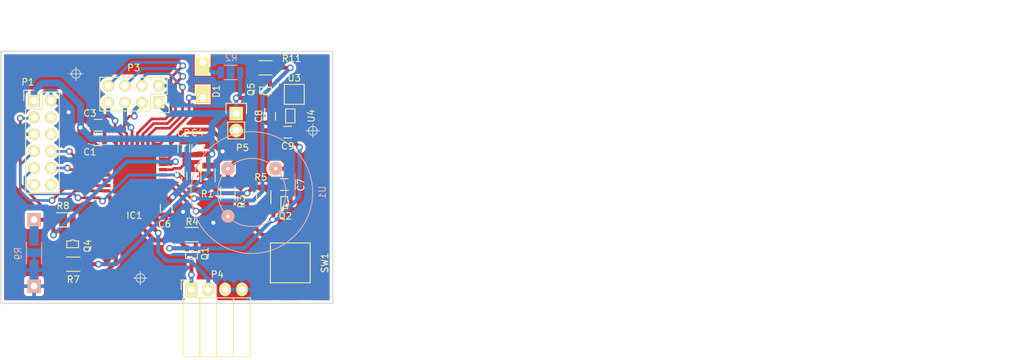
<source format=kicad_pcb>
(kicad_pcb (version 4) (host pcbnew 4.0.1-3.201512221401+6198~38~ubuntu15.10.1-stable)

  (general
    (links 85)
    (no_connects 0)
    (area 76.771667 51.15 139.8 103.825001)
    (thickness 1.6)
    (drawings 10)
    (tracks 355)
    (zones 0)
    (modules 32)
    (nets 41)
  )

  (page A4)
  (layers
    (0 F.Cu signal)
    (31 B.Cu signal)
    (32 B.Adhes user)
    (33 F.Adhes user)
    (34 B.Paste user)
    (35 F.Paste user)
    (36 B.SilkS user)
    (37 F.SilkS user)
    (38 B.Mask user)
    (39 F.Mask user)
    (40 Dwgs.User user)
    (41 Cmts.User user)
    (42 Eco1.User user)
    (43 Eco2.User user)
    (44 Edge.Cuts user)
    (45 Margin user)
    (46 B.CrtYd user)
    (47 F.CrtYd user)
    (48 B.Fab user hide)
    (49 F.Fab user hide)
  )

  (setup
    (last_trace_width 0.3)
    (user_trace_width 0.3)
    (user_trace_width 0.4)
    (user_trace_width 0.6)
    (user_trace_width 0.8)
    (user_trace_width 1)
    (user_trace_width 2)
    (user_trace_width 3)
    (user_trace_width 4)
    (trace_clearance 0.3)
    (zone_clearance 0.4)
    (zone_45_only yes)
    (trace_min 0.2)
    (segment_width 0.2)
    (edge_width 0.15)
    (via_size 1)
    (via_drill 0.6)
    (via_min_size 0.4)
    (via_min_drill 0.3)
    (uvia_size 0.3)
    (uvia_drill 0.1)
    (uvias_allowed no)
    (uvia_min_size 0.2)
    (uvia_min_drill 0.1)
    (pcb_text_width 0.3)
    (pcb_text_size 1.5 1.5)
    (mod_edge_width 0.15)
    (mod_text_size 1 1)
    (mod_text_width 0.15)
    (pad_size 2.99974 1.39954)
    (pad_drill 0)
    (pad_to_mask_clearance 0.2)
    (aux_axis_origin 0 0)
    (visible_elements FFFFF77F)
    (pcbplotparams
      (layerselection 0x00210_80000000)
      (usegerberextensions false)
      (excludeedgelayer false)
      (linewidth 0.100000)
      (plotframeref false)
      (viasonmask false)
      (mode 1)
      (useauxorigin false)
      (hpglpennumber 1)
      (hpglpenspeed 20)
      (hpglpendiameter 15)
      (hpglpenoverlay 2)
      (psnegative false)
      (psa4output false)
      (plotreference true)
      (plotvalue true)
      (plotinvisibletext false)
      (padsonsilk false)
      (subtractmaskfromsilk false)
      (outputformat 4)
      (mirror false)
      (drillshape 1)
      (scaleselection 1)
      (outputdirectory data/pcb/pdf))
  )

  (net 0 "")
  (net 1 +5V)
  (net 2 GND)
  (net 3 MCU_RST)
  (net 4 MotionSensor_V+)
  (net 5 MCU_LED)
  (net 6 "Net-(D1-Pad2)")
  (net 7 ADC_Light)
  (net 8 ADC_Motion)
  (net 9 Temp_1Wire)
  (net 10 DHT22_Enable)
  (net 11 SPI_RF_SCK)
  (net 12 SPI_RF_MISO)
  (net 13 SPI_RF_MOSI)
  (net 14 RF_CSN)
  (net 15 RF_CE)
  (net 16 MotionSens_Enable)
  (net 17 UART_TX)
  (net 18 UART_RX)
  (net 19 LightSensEnable)
  (net 20 SWDIO)
  (net 21 SWDCLK)
  (net 22 RF_IRQ)
  (net 23 "Net-(P4-Pad1)")
  (net 24 "Net-(C8-Pad1)")
  (net 25 Enable5V)
  (net 26 "Net-(U3-Pad2)")
  (net 27 "Net-(Q4-Pad3)")
  (net 28 +BATT)
  (net 29 "Net-(IC1-Pad8)")
  (net 30 "Net-(IC1-Pad18)")
  (net 31 "Net-(IC1-Pad21)")
  (net 32 "Net-(IC1-Pad22)")
  (net 33 "Net-(IC1-Pad26)")
  (net 34 "Net-(IC1-Pad27)")
  (net 35 "Net-(IC1-Pad28)")
  (net 36 "Net-(IC1-Pad31)")
  (net 37 "Net-(P1-Pad4)")
  (net 38 "Net-(P1-Pad6)")
  (net 39 "Net-(P1-Pad11)")
  (net 40 "Net-(P1-Pad12)")

  (net_class Default "This is the default net class."
    (clearance 0.3)
    (trace_width 0.3)
    (via_dia 1)
    (via_drill 0.6)
    (uvia_dia 0.3)
    (uvia_drill 0.1)
    (add_net +5V)
    (add_net +BATT)
    (add_net ADC_Light)
    (add_net ADC_Motion)
    (add_net DHT22_Enable)
    (add_net Enable5V)
    (add_net GND)
    (add_net LightSensEnable)
    (add_net MCU_LED)
    (add_net MCU_RST)
    (add_net MotionSens_Enable)
    (add_net MotionSensor_V+)
    (add_net "Net-(C8-Pad1)")
    (add_net "Net-(D1-Pad2)")
    (add_net "Net-(IC1-Pad18)")
    (add_net "Net-(IC1-Pad21)")
    (add_net "Net-(IC1-Pad22)")
    (add_net "Net-(IC1-Pad26)")
    (add_net "Net-(IC1-Pad27)")
    (add_net "Net-(IC1-Pad28)")
    (add_net "Net-(IC1-Pad31)")
    (add_net "Net-(IC1-Pad8)")
    (add_net "Net-(P1-Pad11)")
    (add_net "Net-(P1-Pad12)")
    (add_net "Net-(P1-Pad4)")
    (add_net "Net-(P1-Pad6)")
    (add_net "Net-(P4-Pad1)")
    (add_net "Net-(Q4-Pad3)")
    (add_net "Net-(U3-Pad2)")
    (add_net RF_CE)
    (add_net RF_CSN)
    (add_net RF_IRQ)
    (add_net SPI_RF_MISO)
    (add_net SPI_RF_MOSI)
    (add_net SPI_RF_SCK)
    (add_net SWDCLK)
    (add_net SWDIO)
    (add_net Temp_1Wire)
    (add_net UART_RX)
    (add_net UART_TX)
  )

  (module Socket_Strips:Socket_Strip_Straight_2x04 (layer F.Cu) (tedit 566B06A0) (tstamp 566496D9)
    (at 100.78 64.74 180)
    (descr "Through hole socket strip")
    (tags "socket strip")
    (path /565F4CC7/56622904)
    (fp_text reference P3 (at 3.78 5.24 180) (layer F.SilkS)
      (effects (font (size 1 1) (thickness 0.15)))
    )
    (fp_text value CONN_02X04 (at 0 -3.1 180) (layer F.Fab)
      (effects (font (size 1 1) (thickness 0.15)))
    )
    (fp_line (start -1.75 -1.75) (end -1.75 4.3) (layer F.CrtYd) (width 0.05))
    (fp_line (start 9.4 -1.75) (end 9.4 4.3) (layer F.CrtYd) (width 0.05))
    (fp_line (start -1.75 -1.75) (end 9.4 -1.75) (layer F.CrtYd) (width 0.05))
    (fp_line (start -1.75 4.3) (end 9.4 4.3) (layer F.CrtYd) (width 0.05))
    (fp_line (start 1.27 -1.27) (end 8.89 -1.27) (layer F.SilkS) (width 0.15))
    (fp_line (start 8.89 -1.27) (end 8.89 3.81) (layer F.SilkS) (width 0.15))
    (fp_line (start 8.89 3.81) (end -1.27 3.81) (layer F.SilkS) (width 0.15))
    (fp_line (start -1.27 3.81) (end -1.27 1.27) (layer F.SilkS) (width 0.15))
    (fp_line (start 0 -1.55) (end -1.55 -1.55) (layer F.SilkS) (width 0.15))
    (fp_line (start -1.27 1.27) (end 1.27 1.27) (layer F.SilkS) (width 0.15))
    (fp_line (start 1.27 1.27) (end 1.27 -1.27) (layer F.SilkS) (width 0.15))
    (fp_line (start -1.55 -1.55) (end -1.55 0) (layer F.SilkS) (width 0.15))
    (pad 1 thru_hole rect (at 0 0 180) (size 1.7272 1.7272) (drill 1.016) (layers B.Cu F.SilkS B.Mask)
      (net 28 +BATT))
    (pad 2 thru_hole oval (at 0 2.54 180) (size 1.7272 1.7272) (drill 1.016) (layers B.Cu F.SilkS B.Mask)
      (net 2 GND))
    (pad 3 thru_hole oval (at 2.54 0 180) (size 1.7272 1.7272) (drill 1.016) (layers B.Cu F.SilkS B.Mask)
      (net 14 RF_CSN))
    (pad 4 thru_hole oval (at 2.54 2.54 180) (size 1.7272 1.7272) (drill 1.016) (layers B.Cu F.SilkS B.Mask)
      (net 15 RF_CE))
    (pad 5 thru_hole oval (at 5.08 0 180) (size 1.7272 1.7272) (drill 1.016) (layers B.Cu F.SilkS B.Mask)
      (net 13 SPI_RF_MOSI))
    (pad 6 thru_hole oval (at 5.08 2.54 180) (size 1.7272 1.7272) (drill 1.016) (layers B.Cu F.SilkS B.Mask)
      (net 11 SPI_RF_SCK))
    (pad 7 thru_hole oval (at 7.62 0 180) (size 1.7272 1.7272) (drill 1.016) (layers B.Cu F.SilkS B.Mask)
      (net 22 RF_IRQ))
    (pad 8 thru_hole oval (at 7.62 2.54 180) (size 1.7272 1.7272) (drill 1.016) (layers B.Cu F.SilkS B.Mask)
      (net 12 SPI_RF_MISO))
    (model Socket_Strips.3dshapes/Socket_Strip_Straight_2x04.wrl
      (at (xyz 0.15 -0.05 0))
      (scale (xyz 1 1 1))
      (rotate (xyz 0 0 180))
    )
  )

  (module CustomModules:PIR (layer B.Cu) (tedit 566B0667) (tstamp 5669F623)
    (at 114.8 78.28 270)
    (path /56622DA5/56623061)
    (fp_text reference U1 (at 0 -10.64 270) (layer B.SilkS)
      (effects (font (size 1 1) (thickness 0.15)) (justify mirror))
    )
    (fp_text value PIR (at 0 10.43 270) (layer B.Fab)
      (effects (font (size 1 1) (thickness 0.15)) (justify mirror))
    )
    (fp_circle (center 0 0) (end 5.08 -0.72) (layer B.SilkS) (width 0.15))
    (fp_circle (center 0.025 0) (end 9.2 0.15) (layer B.SilkS) (width 0.15))
    (pad 1 thru_hole circle (at -3.58 -3.6 270) (size 2 2) (drill 0.5) (layers F.Cu B.SilkS F.Mask)
      (net 4 MotionSensor_V+))
    (pad 3 thru_hole circle (at 3.59 3.6 270) (size 2 2) (drill 0.5) (layers F.Cu B.SilkS F.Mask)
      (net 2 GND))
    (pad 2 thru_hole circle (at -3.58 3.6 270) (size 2 2) (drill 0.5) (layers F.Cu B.SilkS F.Mask)
      (net 8 ADC_Motion))
  )

  (module Resistors_SMD:R_0805 (layer F.Cu) (tedit 5415CDEB) (tstamp 56649655)
    (at 91.65 70.35)
    (descr "Resistor SMD 0805, reflow soldering, Vishay (see dcrcw.pdf)")
    (tags "resistor 0805")
    (path /565E0F3A/565E0F6D)
    (attr smd)
    (fp_text reference C1 (at -1.25 1.85) (layer F.SilkS)
      (effects (font (size 1 1) (thickness 0.15)))
    )
    (fp_text value 10uF (at 0 2.1) (layer F.Fab)
      (effects (font (size 1 1) (thickness 0.15)))
    )
    (fp_line (start -1.6 -1) (end 1.6 -1) (layer F.CrtYd) (width 0.05))
    (fp_line (start -1.6 1) (end 1.6 1) (layer F.CrtYd) (width 0.05))
    (fp_line (start -1.6 -1) (end -1.6 1) (layer F.CrtYd) (width 0.05))
    (fp_line (start 1.6 -1) (end 1.6 1) (layer F.CrtYd) (width 0.05))
    (fp_line (start 0.6 0.875) (end -0.6 0.875) (layer F.SilkS) (width 0.15))
    (fp_line (start -0.6 -0.875) (end 0.6 -0.875) (layer F.SilkS) (width 0.15))
    (pad 1 smd rect (at -0.95 0) (size 0.7 1.3) (layers F.Cu F.Paste F.Mask)
      (net 28 +BATT))
    (pad 2 smd rect (at 0.95 0) (size 0.7 1.3) (layers F.Cu F.Paste F.Mask)
      (net 2 GND))
    (model Resistors_SMD.3dshapes/R_0805.wrl
      (at (xyz 0 0 0))
      (scale (xyz 1 1 1))
      (rotate (xyz 0 0 0))
    )
  )

  (module Resistors_SMD:R_0805 (layer F.Cu) (tedit 5415CDEB) (tstamp 5664965B)
    (at 104.55 71.65 90)
    (descr "Resistor SMD 0805, reflow soldering, Vishay (see dcrcw.pdf)")
    (tags "resistor 0805")
    (path /565E0F3A/565E124A)
    (attr smd)
    (fp_text reference C2 (at 2.3 -0.05 180) (layer F.SilkS)
      (effects (font (size 1 1) (thickness 0.15)))
    )
    (fp_text value 1uF (at 0 2.1 90) (layer F.Fab)
      (effects (font (size 1 1) (thickness 0.15)))
    )
    (fp_line (start -1.6 -1) (end 1.6 -1) (layer F.CrtYd) (width 0.05))
    (fp_line (start -1.6 1) (end 1.6 1) (layer F.CrtYd) (width 0.05))
    (fp_line (start -1.6 -1) (end -1.6 1) (layer F.CrtYd) (width 0.05))
    (fp_line (start 1.6 -1) (end 1.6 1) (layer F.CrtYd) (width 0.05))
    (fp_line (start 0.6 0.875) (end -0.6 0.875) (layer F.SilkS) (width 0.15))
    (fp_line (start -0.6 -0.875) (end 0.6 -0.875) (layer F.SilkS) (width 0.15))
    (pad 1 smd rect (at -0.95 0 90) (size 0.7 1.3) (layers F.Cu F.Paste F.Mask)
      (net 28 +BATT))
    (pad 2 smd rect (at 0.95 0 90) (size 0.7 1.3) (layers F.Cu F.Paste F.Mask)
      (net 2 GND))
    (model Resistors_SMD.3dshapes/R_0805.wrl
      (at (xyz 0 0 0))
      (scale (xyz 1 1 1))
      (rotate (xyz 0 0 0))
    )
  )

  (module Resistors_SMD:R_0805 (layer F.Cu) (tedit 5415CDEB) (tstamp 56649661)
    (at 91.65 68.15)
    (descr "Resistor SMD 0805, reflow soldering, Vishay (see dcrcw.pdf)")
    (tags "resistor 0805")
    (path /565E0F3A/565E0FA4)
    (attr smd)
    (fp_text reference C3 (at -1.25 -1.8) (layer F.SilkS)
      (effects (font (size 1 1) (thickness 0.15)))
    )
    (fp_text value 100nF (at 0 2.1) (layer F.Fab)
      (effects (font (size 1 1) (thickness 0.15)))
    )
    (fp_line (start -1.6 -1) (end 1.6 -1) (layer F.CrtYd) (width 0.05))
    (fp_line (start -1.6 1) (end 1.6 1) (layer F.CrtYd) (width 0.05))
    (fp_line (start -1.6 -1) (end -1.6 1) (layer F.CrtYd) (width 0.05))
    (fp_line (start 1.6 -1) (end 1.6 1) (layer F.CrtYd) (width 0.05))
    (fp_line (start 0.6 0.875) (end -0.6 0.875) (layer F.SilkS) (width 0.15))
    (fp_line (start -0.6 -0.875) (end 0.6 -0.875) (layer F.SilkS) (width 0.15))
    (pad 1 smd rect (at -0.95 0) (size 0.7 1.3) (layers F.Cu F.Paste F.Mask)
      (net 28 +BATT))
    (pad 2 smd rect (at 0.95 0) (size 0.7 1.3) (layers F.Cu F.Paste F.Mask)
      (net 2 GND))
    (model Resistors_SMD.3dshapes/R_0805.wrl
      (at (xyz 0 0 0))
      (scale (xyz 1 1 1))
      (rotate (xyz 0 0 0))
    )
  )

  (module Resistors_SMD:R_0805 (layer F.Cu) (tedit 5415CDEB) (tstamp 56649667)
    (at 106.65 71.65 90)
    (descr "Resistor SMD 0805, reflow soldering, Vishay (see dcrcw.pdf)")
    (tags "resistor 0805")
    (path /565E0F3A/565E1277)
    (attr smd)
    (fp_text reference C4 (at 2.35 -0.05 180) (layer F.SilkS)
      (effects (font (size 1 1) (thickness 0.15)))
    )
    (fp_text value 100nF (at 0 2.1 90) (layer F.Fab)
      (effects (font (size 1 1) (thickness 0.15)))
    )
    (fp_line (start -1.6 -1) (end 1.6 -1) (layer F.CrtYd) (width 0.05))
    (fp_line (start -1.6 1) (end 1.6 1) (layer F.CrtYd) (width 0.05))
    (fp_line (start -1.6 -1) (end -1.6 1) (layer F.CrtYd) (width 0.05))
    (fp_line (start 1.6 -1) (end 1.6 1) (layer F.CrtYd) (width 0.05))
    (fp_line (start 0.6 0.875) (end -0.6 0.875) (layer F.SilkS) (width 0.15))
    (fp_line (start -0.6 -0.875) (end 0.6 -0.875) (layer F.SilkS) (width 0.15))
    (pad 1 smd rect (at -0.95 0 90) (size 0.7 1.3) (layers F.Cu F.Paste F.Mask)
      (net 28 +BATT))
    (pad 2 smd rect (at 0.95 0 90) (size 0.7 1.3) (layers F.Cu F.Paste F.Mask)
      (net 2 GND))
    (model Resistors_SMD.3dshapes/R_0805.wrl
      (at (xyz 0 0 0))
      (scale (xyz 1 1 1))
      (rotate (xyz 0 0 0))
    )
  )

  (module Resistors_SMD:R_0805 (layer F.Cu) (tedit 5415CDEB) (tstamp 5664966D)
    (at 105.9 75.8 90)
    (descr "Resistor SMD 0805, reflow soldering, Vishay (see dcrcw.pdf)")
    (tags "resistor 0805")
    (path /565E0F3A/565E1519)
    (attr smd)
    (fp_text reference C5 (at 0 -2.1 90) (layer F.SilkS)
      (effects (font (size 1 1) (thickness 0.15)))
    )
    (fp_text value 100nF (at 0 2.1 90) (layer F.Fab)
      (effects (font (size 1 1) (thickness 0.15)))
    )
    (fp_line (start -1.6 -1) (end 1.6 -1) (layer F.CrtYd) (width 0.05))
    (fp_line (start -1.6 1) (end 1.6 1) (layer F.CrtYd) (width 0.05))
    (fp_line (start -1.6 -1) (end -1.6 1) (layer F.CrtYd) (width 0.05))
    (fp_line (start 1.6 -1) (end 1.6 1) (layer F.CrtYd) (width 0.05))
    (fp_line (start 0.6 0.875) (end -0.6 0.875) (layer F.SilkS) (width 0.15))
    (fp_line (start -0.6 -0.875) (end 0.6 -0.875) (layer F.SilkS) (width 0.15))
    (pad 1 smd rect (at -0.95 0 90) (size 0.7 1.3) (layers F.Cu F.Paste F.Mask)
      (net 3 MCU_RST))
    (pad 2 smd rect (at 0.95 0 90) (size 0.7 1.3) (layers F.Cu F.Paste F.Mask)
      (net 2 GND))
    (model Resistors_SMD.3dshapes/R_0805.wrl
      (at (xyz 0 0 0))
      (scale (xyz 1 1 1))
      (rotate (xyz 0 0 0))
    )
  )

  (module Resistors_SMD:R_0805 (layer F.Cu) (tedit 5415CDEB) (tstamp 56649673)
    (at 101.9 80.7 270)
    (descr "Resistor SMD 0805, reflow soldering, Vishay (see dcrcw.pdf)")
    (tags "resistor 0805")
    (path /565E0F3A/565E0FC1)
    (attr smd)
    (fp_text reference C6 (at 2.35 0.25 360) (layer F.SilkS)
      (effects (font (size 1 1) (thickness 0.15)))
    )
    (fp_text value 100nF (at 0 2.1 270) (layer F.Fab)
      (effects (font (size 1 1) (thickness 0.15)))
    )
    (fp_line (start -1.6 -1) (end 1.6 -1) (layer F.CrtYd) (width 0.05))
    (fp_line (start -1.6 1) (end 1.6 1) (layer F.CrtYd) (width 0.05))
    (fp_line (start -1.6 -1) (end -1.6 1) (layer F.CrtYd) (width 0.05))
    (fp_line (start 1.6 -1) (end 1.6 1) (layer F.CrtYd) (width 0.05))
    (fp_line (start 0.6 0.875) (end -0.6 0.875) (layer F.SilkS) (width 0.15))
    (fp_line (start -0.6 -0.875) (end 0.6 -0.875) (layer F.SilkS) (width 0.15))
    (pad 1 smd rect (at -0.95 0 270) (size 0.7 1.3) (layers F.Cu F.Paste F.Mask)
      (net 28 +BATT))
    (pad 2 smd rect (at 0.95 0 270) (size 0.7 1.3) (layers F.Cu F.Paste F.Mask)
      (net 2 GND))
    (model Resistors_SMD.3dshapes/R_0805.wrl
      (at (xyz 0 0 0))
      (scale (xyz 1 1 1))
      (rotate (xyz 0 0 0))
    )
  )

  (module Resistors_SMD:R_0805 (layer F.Cu) (tedit 5415CDEB) (tstamp 56649679)
    (at 119.7 77.1 180)
    (descr "Resistor SMD 0805, reflow soldering, Vishay (see dcrcw.pdf)")
    (tags "resistor 0805")
    (path /56622DA5/56637A5D)
    (attr smd)
    (fp_text reference C7 (at -2.5 -0.05 270) (layer F.SilkS)
      (effects (font (size 1 1) (thickness 0.15)))
    )
    (fp_text value 10uF (at 0 2.1 180) (layer F.Fab)
      (effects (font (size 1 1) (thickness 0.15)))
    )
    (fp_line (start -1.6 -1) (end 1.6 -1) (layer F.CrtYd) (width 0.05))
    (fp_line (start -1.6 1) (end 1.6 1) (layer F.CrtYd) (width 0.05))
    (fp_line (start -1.6 -1) (end -1.6 1) (layer F.CrtYd) (width 0.05))
    (fp_line (start 1.6 -1) (end 1.6 1) (layer F.CrtYd) (width 0.05))
    (fp_line (start 0.6 0.875) (end -0.6 0.875) (layer F.SilkS) (width 0.15))
    (fp_line (start -0.6 -0.875) (end 0.6 -0.875) (layer F.SilkS) (width 0.15))
    (pad 1 smd rect (at -0.95 0 180) (size 0.7 1.3) (layers F.Cu F.Paste F.Mask)
      (net 4 MotionSensor_V+))
    (pad 2 smd rect (at 0.95 0 180) (size 0.7 1.3) (layers F.Cu F.Paste F.Mask)
      (net 2 GND))
    (model Resistors_SMD.3dshapes/R_0805.wrl
      (at (xyz 0 0 0))
      (scale (xyz 1 1 1))
      (rotate (xyz 0 0 0))
    )
  )

  (module Resistors_SMD:R_0805 (layer F.Cu) (tedit 5415CDEB) (tstamp 5664967F)
    (at 117.5 66.8 270)
    (descr "Resistor SMD 0805, reflow soldering, Vishay (see dcrcw.pdf)")
    (tags "resistor 0805")
    (path /56630E7C/5664A27E)
    (attr smd)
    (fp_text reference C8 (at 0 1.65 270) (layer F.SilkS)
      (effects (font (size 1 1) (thickness 0.15)))
    )
    (fp_text value 10uF (at 0 2.1 270) (layer F.Fab)
      (effects (font (size 1 1) (thickness 0.15)))
    )
    (fp_line (start -1.6 -1) (end 1.6 -1) (layer F.CrtYd) (width 0.05))
    (fp_line (start -1.6 1) (end 1.6 1) (layer F.CrtYd) (width 0.05))
    (fp_line (start -1.6 -1) (end -1.6 1) (layer F.CrtYd) (width 0.05))
    (fp_line (start 1.6 -1) (end 1.6 1) (layer F.CrtYd) (width 0.05))
    (fp_line (start 0.6 0.875) (end -0.6 0.875) (layer F.SilkS) (width 0.15))
    (fp_line (start -0.6 -0.875) (end 0.6 -0.875) (layer F.SilkS) (width 0.15))
    (pad 1 smd rect (at -0.95 0 270) (size 0.7 1.3) (layers F.Cu F.Paste F.Mask)
      (net 24 "Net-(C8-Pad1)"))
    (pad 2 smd rect (at 0.95 0 270) (size 0.7 1.3) (layers F.Cu F.Paste F.Mask)
      (net 2 GND))
    (model Resistors_SMD.3dshapes/R_0805.wrl
      (at (xyz 0 0 0))
      (scale (xyz 1 1 1))
      (rotate (xyz 0 0 0))
    )
  )

  (module Resistors_SMD:R_0805 (layer F.Cu) (tedit 5415CDEB) (tstamp 56649685)
    (at 120.2 69.2 180)
    (descr "Resistor SMD 0805, reflow soldering, Vishay (see dcrcw.pdf)")
    (tags "resistor 0805")
    (path /56630E7C/5664A281)
    (attr smd)
    (fp_text reference C9 (at 0 -2.1 180) (layer F.SilkS)
      (effects (font (size 1 1) (thickness 0.15)))
    )
    (fp_text value 10uF (at 0 2.1 180) (layer F.Fab)
      (effects (font (size 1 1) (thickness 0.15)))
    )
    (fp_line (start -1.6 -1) (end 1.6 -1) (layer F.CrtYd) (width 0.05))
    (fp_line (start -1.6 1) (end 1.6 1) (layer F.CrtYd) (width 0.05))
    (fp_line (start -1.6 -1) (end -1.6 1) (layer F.CrtYd) (width 0.05))
    (fp_line (start 1.6 -1) (end 1.6 1) (layer F.CrtYd) (width 0.05))
    (fp_line (start 0.6 0.875) (end -0.6 0.875) (layer F.SilkS) (width 0.15))
    (fp_line (start -0.6 -0.875) (end 0.6 -0.875) (layer F.SilkS) (width 0.15))
    (pad 1 smd rect (at -0.95 0 180) (size 0.7 1.3) (layers F.Cu F.Paste F.Mask)
      (net 1 +5V))
    (pad 2 smd rect (at 0.95 0 180) (size 0.7 1.3) (layers F.Cu F.Paste F.Mask)
      (net 2 GND))
    (model Resistors_SMD.3dshapes/R_0805.wrl
      (at (xyz 0 0 0))
      (scale (xyz 1 1 1))
      (rotate (xyz 0 0 0))
    )
  )

  (module CustomSmd:R_ThroughHole_SMD1206 (layer F.Cu) (tedit 566B067D) (tstamp 5664968B)
    (at 105.75 61.35 90)
    (path /56621344/56621455)
    (fp_text reference D1 (at -1.7 3.7 90) (layer F.SilkS)
      (effects (font (size 1 1) (thickness 0.15)))
    )
    (fp_text value LED (at 0 -0.5 90) (layer F.Fab)
      (effects (font (size 1 1) (thickness 0.15)))
    )
    (pad 1 thru_hole rect (at -2.65 1.65 90) (size 2.5 2) (drill 1 (offset 0.5 0)) (layers B.Cu F.SilkS B.Mask)
      (net 5 MCU_LED))
    (pad 2 thru_hole rect (at 2.65 1.65 90) (size 2.5 2) (drill 1 (offset -0.5 0)) (layers B.Cu F.SilkS B.Mask)
      (net 6 "Net-(D1-Pad2)"))
  )

  (module STM32:STM32L051-LQFP32 (layer F.Cu) (tedit 56184007) (tstamp 566496B5)
    (at 97.15 75.25 90)
    (path /565E0F3A/565E1045)
    (fp_text reference IC1 (at -6.5 -0.05 180) (layer F.SilkS)
      (effects (font (size 1 1) (thickness 0.15)))
    )
    (fp_text value STM32L051K8T6 (at 0 -6.6 90) (layer F.Fab)
      (effects (font (size 1 1) (thickness 0.15)))
    )
    (pad 1 smd rect (at -2.8 4.25 90) (size 0.5 1.2) (layers F.Cu F.Paste F.Mask)
      (net 28 +BATT))
    (pad 2 smd rect (at -2 4.25 90) (size 0.5 1.2) (layers F.Cu F.Paste F.Mask)
      (net 25 Enable5V))
    (pad 3 smd rect (at -1.2 4.25 90) (size 0.5 1.2) (layers F.Cu F.Paste F.Mask)
      (net 16 MotionSens_Enable))
    (pad 4 smd rect (at -0.4 4.25 90) (size 0.5 1.2) (layers F.Cu F.Paste F.Mask)
      (net 3 MCU_RST))
    (pad 5 smd rect (at 0.4 4.25 90) (size 0.5 1.2) (layers F.Cu F.Paste F.Mask)
      (net 28 +BATT))
    (pad 6 smd rect (at 1.2 4.25 90) (size 0.5 1.2) (layers F.Cu F.Paste F.Mask)
      (net 7 ADC_Light))
    (pad 7 smd rect (at 2 4.25 90) (size 0.5 1.2) (layers F.Cu F.Paste F.Mask)
      (net 8 ADC_Motion))
    (pad 8 smd rect (at 2.8 4.25 90) (size 0.5 1.2) (layers F.Cu F.Paste F.Mask)
      (net 29 "Net-(IC1-Pad8)"))
    (pad 9 smd rect (at 4.25 2.8 90) (size 1.2 0.5) (layers F.Cu F.Paste F.Mask)
      (net 5 MCU_LED))
    (pad 10 smd rect (at 4.25 2 90) (size 1.2 0.5) (layers F.Cu F.Paste F.Mask)
      (net 15 RF_CE))
    (pad 11 smd rect (at 4.25 1.2 90) (size 1.2 0.5) (layers F.Cu F.Paste F.Mask)
      (net 11 SPI_RF_SCK))
    (pad 12 smd rect (at 4.25 0.4 90) (size 1.2 0.5) (layers F.Cu F.Paste F.Mask)
      (net 12 SPI_RF_MISO))
    (pad 13 smd rect (at 4.25 -0.4 90) (size 1.2 0.5) (layers F.Cu F.Paste F.Mask)
      (net 13 SPI_RF_MOSI))
    (pad 14 smd rect (at 4.25 -1.2 90) (size 1.2 0.5) (layers F.Cu F.Paste F.Mask)
      (net 14 RF_CSN))
    (pad 15 smd rect (at 4.25 -2 90) (size 1.2 0.5) (layers F.Cu F.Paste F.Mask)
      (net 22 RF_IRQ))
    (pad 16 smd rect (at 4.25 -2.8 90) (size 1.2 0.5) (layers F.Cu F.Paste F.Mask)
      (net 2 GND))
    (pad 17 smd rect (at 2.8 -4.25 90) (size 0.5 1.2) (layers F.Cu F.Paste F.Mask)
      (net 28 +BATT))
    (pad 18 smd rect (at 2 -4.25 90) (size 0.5 1.2) (layers F.Cu F.Paste F.Mask)
      (net 30 "Net-(IC1-Pad18)"))
    (pad 19 smd rect (at 1.2 -4.25 90) (size 0.5 1.2) (layers F.Cu F.Paste F.Mask)
      (net 17 UART_TX))
    (pad 20 smd rect (at 0.4 -4.25 90) (size 0.5 1.2) (layers F.Cu F.Paste F.Mask)
      (net 18 UART_RX))
    (pad 21 smd rect (at -0.4 -4.25 90) (size 0.5 1.2) (layers F.Cu F.Paste F.Mask)
      (net 31 "Net-(IC1-Pad21)"))
    (pad 22 smd rect (at -1.2 -4.25 90) (size 0.5 1.2) (layers F.Cu F.Paste F.Mask)
      (net 32 "Net-(IC1-Pad22)"))
    (pad 23 smd rect (at -2 -4.25 90) (size 0.5 1.2) (layers F.Cu F.Paste F.Mask)
      (net 20 SWDIO))
    (pad 24 smd rect (at -2.8 -4.25 90) (size 0.5 1.2) (layers F.Cu F.Paste F.Mask)
      (net 21 SWDCLK))
    (pad 25 smd rect (at -4.25 -2.8 90) (size 1.2 0.5) (layers F.Cu F.Paste F.Mask)
      (net 19 LightSensEnable))
    (pad 26 smd rect (at -4.25 -2 90) (size 1.2 0.5) (layers F.Cu F.Paste F.Mask)
      (net 33 "Net-(IC1-Pad26)"))
    (pad 27 smd rect (at -4.25 -1.2 90) (size 1.2 0.5) (layers F.Cu F.Paste F.Mask)
      (net 34 "Net-(IC1-Pad27)"))
    (pad 28 smd rect (at -4.25 -0.4 90) (size 1.2 0.5) (layers F.Cu F.Paste F.Mask)
      (net 35 "Net-(IC1-Pad28)"))
    (pad 29 smd rect (at -4.25 0.4 90) (size 1.2 0.5) (layers F.Cu F.Paste F.Mask)
      (net 10 DHT22_Enable))
    (pad 30 smd rect (at -4.25 1.2 90) (size 1.2 0.5) (layers F.Cu F.Paste F.Mask)
      (net 9 Temp_1Wire))
    (pad 31 smd rect (at -4.25 2 90) (size 1.2 0.5) (layers F.Cu F.Paste F.Mask)
      (net 36 "Net-(IC1-Pad31)"))
    (pad 32 smd rect (at -4.25 2.8 90) (size 1.2 0.5) (layers F.Cu F.Paste F.Mask)
      (net 2 GND))
  )

  (module Socket_Strips:Socket_Strip_Angled_1x04 (layer F.Cu) (tedit 566B0659) (tstamp 566496E1)
    (at 105.7 92.9)
    (descr "Through hole socket strip")
    (tags "socket strip")
    (path /56622DA5/5663019E)
    (fp_text reference P4 (at 3.9 -2.25) (layer F.SilkS)
      (effects (font (size 1 1) (thickness 0.15)))
    )
    (fp_text value CONN_01X04 (at 0 -2.75) (layer F.Fab)
      (effects (font (size 1 1) (thickness 0.15)))
    )
    (fp_line (start -1.75 -1.5) (end -1.75 10.6) (layer F.CrtYd) (width 0.05))
    (fp_line (start 9.4 -1.5) (end 9.4 10.6) (layer F.CrtYd) (width 0.05))
    (fp_line (start -1.75 -1.5) (end 9.4 -1.5) (layer F.CrtYd) (width 0.05))
    (fp_line (start -1.75 10.6) (end 9.4 10.6) (layer F.CrtYd) (width 0.05))
    (fp_line (start 8.89 10.1) (end 8.89 1.27) (layer F.SilkS) (width 0.15))
    (fp_line (start 6.35 10.1) (end 8.89 10.1) (layer F.SilkS) (width 0.15))
    (fp_line (start 6.35 1.27) (end 8.89 1.27) (layer F.SilkS) (width 0.15))
    (fp_line (start 3.81 1.27) (end 6.35 1.27) (layer F.SilkS) (width 0.15))
    (fp_line (start 3.81 10.1) (end 6.35 10.1) (layer F.SilkS) (width 0.15))
    (fp_line (start 6.35 10.1) (end 6.35 1.27) (layer F.SilkS) (width 0.15))
    (fp_line (start 3.81 10.1) (end 3.81 1.27) (layer F.SilkS) (width 0.15))
    (fp_line (start 1.27 10.1) (end 3.81 10.1) (layer F.SilkS) (width 0.15))
    (fp_line (start 1.27 1.27) (end 1.27 10.1) (layer F.SilkS) (width 0.15))
    (fp_line (start 1.27 1.27) (end 3.81 1.27) (layer F.SilkS) (width 0.15))
    (fp_line (start -1.27 1.27) (end 1.27 1.27) (layer F.SilkS) (width 0.15))
    (fp_line (start 0 -1.4) (end -1.55 -1.4) (layer F.SilkS) (width 0.15))
    (fp_line (start -1.55 -1.4) (end -1.55 0) (layer F.SilkS) (width 0.15))
    (fp_line (start -1.27 1.27) (end -1.27 10.1) (layer F.SilkS) (width 0.15))
    (fp_line (start -1.27 10.1) (end 1.27 10.1) (layer F.SilkS) (width 0.15))
    (fp_line (start 1.27 10.1) (end 1.27 1.27) (layer F.SilkS) (width 0.15))
    (pad 1 thru_hole rect (at 0 0) (size 1.7272 2.032) (drill 1.016) (layers B.Cu F.SilkS B.Mask)
      (net 23 "Net-(P4-Pad1)"))
    (pad 2 thru_hole oval (at 2.54 0) (size 1.7272 2.032) (drill 1.016) (layers B.Cu F.SilkS B.Mask)
      (net 9 Temp_1Wire))
    (pad 3 thru_hole oval (at 5.08 0) (size 1.7272 2.032) (drill 1.016) (layers B.Cu F.SilkS B.Mask)
      (net 2 GND))
    (pad 4 thru_hole oval (at 7.62 0) (size 1.7272 2.032) (drill 1.016) (layers B.Cu F.SilkS B.Mask)
      (net 2 GND))
    (model Socket_Strips.3dshapes/Socket_Strip_Angled_1x04.wrl
      (at (xyz 0.15 0 0))
      (scale (xyz 1 1 1))
      (rotate (xyz 0 0 180))
    )
  )

  (module Socket_Strips:Socket_Strip_Straight_1x02 (layer F.Cu) (tedit 566B0671) (tstamp 566496E7)
    (at 112.45 66.4 270)
    (descr "Through hole socket strip")
    (tags "socket strip")
    (path /56630E7C/56630FD4)
    (fp_text reference P5 (at 5.15 -0.95 360) (layer F.SilkS)
      (effects (font (size 1 1) (thickness 0.15)))
    )
    (fp_text value CONN_01X02 (at 0 -3.1 270) (layer F.Fab)
      (effects (font (size 1 1) (thickness 0.15)))
    )
    (fp_line (start -1.55 1.55) (end 0 1.55) (layer F.SilkS) (width 0.15))
    (fp_line (start 3.81 1.27) (end 1.27 1.27) (layer F.SilkS) (width 0.15))
    (fp_line (start -1.75 -1.75) (end -1.75 1.75) (layer F.CrtYd) (width 0.05))
    (fp_line (start 4.3 -1.75) (end 4.3 1.75) (layer F.CrtYd) (width 0.05))
    (fp_line (start -1.75 -1.75) (end 4.3 -1.75) (layer F.CrtYd) (width 0.05))
    (fp_line (start -1.75 1.75) (end 4.3 1.75) (layer F.CrtYd) (width 0.05))
    (fp_line (start 1.27 1.27) (end 1.27 -1.27) (layer F.SilkS) (width 0.15))
    (fp_line (start 0 -1.55) (end -1.55 -1.55) (layer F.SilkS) (width 0.15))
    (fp_line (start -1.55 -1.55) (end -1.55 1.55) (layer F.SilkS) (width 0.15))
    (fp_line (start 1.27 -1.27) (end 3.81 -1.27) (layer F.SilkS) (width 0.15))
    (fp_line (start 3.81 -1.27) (end 3.81 1.27) (layer F.SilkS) (width 0.15))
    (pad 1 thru_hole rect (at 0 0 270) (size 2.032 2.032) (drill 1.016) (layers B.Cu F.SilkS B.Mask)
      (net 28 +BATT))
    (pad 2 thru_hole oval (at 2.54 0 270) (size 2.032 2.032) (drill 1.016) (layers B.Cu F.SilkS B.Mask)
      (net 2 GND))
    (model Socket_Strips.3dshapes/Socket_Strip_Straight_1x02.wrl
      (at (xyz 0.05 0 0))
      (scale (xyz 1 1 1))
      (rotate (xyz 0 0 180))
    )
  )

  (module SMD_Packages:SOT-323 (layer F.Cu) (tedit 0) (tstamp 566496EE)
    (at 105.7 87.7)
    (tags "SMD SOT")
    (path /56622DA5/566301A5)
    (attr smd)
    (fp_text reference Q1 (at 2.05 -0.2 90) (layer F.SilkS)
      (effects (font (size 1 1) (thickness 0.15)))
    )
    (fp_text value PMosfetGen (at 0 0) (layer F.Fab)
      (effects (font (size 1 1) (thickness 0.15)))
    )
    (fp_line (start 0.254 0.508) (end 0.889 0.508) (layer F.SilkS) (width 0.15))
    (fp_line (start 0.889 0.508) (end 0.889 -0.508) (layer F.SilkS) (width 0.15))
    (fp_line (start -0.889 -0.508) (end -0.889 0.508) (layer F.SilkS) (width 0.15))
    (fp_line (start -0.889 0.508) (end -0.254 0.508) (layer F.SilkS) (width 0.15))
    (fp_line (start 0.254 0.635) (end 0.254 0.508) (layer F.SilkS) (width 0.15))
    (fp_line (start -0.254 0.508) (end -0.254 0.635) (layer F.SilkS) (width 0.15))
    (fp_line (start 0.889 -0.508) (end -0.889 -0.508) (layer F.SilkS) (width 0.15))
    (fp_line (start -0.254 0.635) (end 0.254 0.635) (layer F.SilkS) (width 0.15))
    (pad 2 smd rect (at -0.65024 -0.94996) (size 0.59944 1.00076) (layers F.Cu F.Paste F.Mask)
      (net 1 +5V))
    (pad 1 smd rect (at 0.65024 -0.94996) (size 0.59944 1.00076) (layers F.Cu F.Paste F.Mask)
      (net 10 DHT22_Enable))
    (pad 3 smd rect (at 0 0.94996) (size 0.59944 1.00076) (layers F.Cu F.Paste F.Mask)
      (net 23 "Net-(P4-Pad1)"))
    (model SMD_Packages.3dshapes/SOT-323.wrl
      (at (xyz 0 0 0.001))
      (scale (xyz 0.3937 0.3937 0.3937))
      (rotate (xyz 0 0 0))
    )
  )

  (module SMD_Packages:SOT-323 (layer F.Cu) (tedit 0) (tstamp 566496F5)
    (at 119.7 79.8 90)
    (tags "SMD SOT")
    (path /56622DA5/56623098)
    (attr smd)
    (fp_text reference Q2 (at -2.05 0.15 180) (layer F.SilkS)
      (effects (font (size 1 1) (thickness 0.15)))
    )
    (fp_text value PMosfetGen (at 0 0 90) (layer F.Fab)
      (effects (font (size 1 1) (thickness 0.15)))
    )
    (fp_line (start 0.254 0.508) (end 0.889 0.508) (layer F.SilkS) (width 0.15))
    (fp_line (start 0.889 0.508) (end 0.889 -0.508) (layer F.SilkS) (width 0.15))
    (fp_line (start -0.889 -0.508) (end -0.889 0.508) (layer F.SilkS) (width 0.15))
    (fp_line (start -0.889 0.508) (end -0.254 0.508) (layer F.SilkS) (width 0.15))
    (fp_line (start 0.254 0.635) (end 0.254 0.508) (layer F.SilkS) (width 0.15))
    (fp_line (start -0.254 0.508) (end -0.254 0.635) (layer F.SilkS) (width 0.15))
    (fp_line (start 0.889 -0.508) (end -0.889 -0.508) (layer F.SilkS) (width 0.15))
    (fp_line (start -0.254 0.635) (end 0.254 0.635) (layer F.SilkS) (width 0.15))
    (pad 2 smd rect (at -0.65024 -0.94996 90) (size 0.59944 1.00076) (layers F.Cu F.Paste F.Mask)
      (net 1 +5V))
    (pad 1 smd rect (at 0.65024 -0.94996 90) (size 0.59944 1.00076) (layers F.Cu F.Paste F.Mask)
      (net 16 MotionSens_Enable))
    (pad 3 smd rect (at 0 0.94996 90) (size 0.59944 1.00076) (layers F.Cu F.Paste F.Mask)
      (net 4 MotionSensor_V+))
    (model SMD_Packages.3dshapes/SOT-323.wrl
      (at (xyz 0 0 0.001))
      (scale (xyz 0.3937 0.3937 0.3937))
      (rotate (xyz 0 0 0))
    )
  )

  (module SMD_Packages:SOT-323 (layer F.Cu) (tedit 0) (tstamp 56649703)
    (at 87.8 86.1 180)
    (tags "SMD SOT")
    (path /56622DA5/5662ED95)
    (attr smd)
    (fp_text reference Q4 (at -2.25 -0.25 270) (layer F.SilkS)
      (effects (font (size 1 1) (thickness 0.15)))
    )
    (fp_text value PMosfetGen (at 0 0 180) (layer F.Fab)
      (effects (font (size 1 1) (thickness 0.15)))
    )
    (fp_line (start 0.254 0.508) (end 0.889 0.508) (layer F.SilkS) (width 0.15))
    (fp_line (start 0.889 0.508) (end 0.889 -0.508) (layer F.SilkS) (width 0.15))
    (fp_line (start -0.889 -0.508) (end -0.889 0.508) (layer F.SilkS) (width 0.15))
    (fp_line (start -0.889 0.508) (end -0.254 0.508) (layer F.SilkS) (width 0.15))
    (fp_line (start 0.254 0.635) (end 0.254 0.508) (layer F.SilkS) (width 0.15))
    (fp_line (start -0.254 0.508) (end -0.254 0.635) (layer F.SilkS) (width 0.15))
    (fp_line (start 0.889 -0.508) (end -0.889 -0.508) (layer F.SilkS) (width 0.15))
    (fp_line (start -0.254 0.635) (end 0.254 0.635) (layer F.SilkS) (width 0.15))
    (pad 2 smd rect (at -0.65024 -0.94996 180) (size 0.59944 1.00076) (layers F.Cu F.Paste F.Mask)
      (net 28 +BATT))
    (pad 1 smd rect (at 0.65024 -0.94996 180) (size 0.59944 1.00076) (layers F.Cu F.Paste F.Mask)
      (net 19 LightSensEnable))
    (pad 3 smd rect (at 0 0.94996 180) (size 0.59944 1.00076) (layers F.Cu F.Paste F.Mask)
      (net 27 "Net-(Q4-Pad3)"))
    (model SMD_Packages.3dshapes/SOT-323.wrl
      (at (xyz 0 0 0.001))
      (scale (xyz 0.3937 0.3937 0.3937))
      (rotate (xyz 0 0 0))
    )
  )

  (module SMD_Packages:SOT-323 (layer F.Cu) (tedit 5665E41E) (tstamp 5664970A)
    (at 116.876432 62.91054)
    (tags "SMD SOT")
    (path /56630E7C/5664A27A)
    (attr smd)
    (fp_text reference Q5 (at -2.176432 -0.16054 90) (layer F.SilkS)
      (effects (font (size 1 1) (thickness 0.15)))
    )
    (fp_text value AO3401 (at 0 0) (layer F.Fab)
      (effects (font (size 1 1) (thickness 0.15)))
    )
    (fp_line (start 0.254 0.508) (end 0.889 0.508) (layer F.SilkS) (width 0.15))
    (fp_line (start 0.889 0.508) (end 0.889 -0.508) (layer F.SilkS) (width 0.15))
    (fp_line (start -0.889 -0.508) (end -0.889 0.508) (layer F.SilkS) (width 0.15))
    (fp_line (start -0.889 0.508) (end -0.254 0.508) (layer F.SilkS) (width 0.15))
    (fp_line (start 0.254 0.635) (end 0.254 0.508) (layer F.SilkS) (width 0.15))
    (fp_line (start -0.254 0.508) (end -0.254 0.635) (layer F.SilkS) (width 0.15))
    (fp_line (start 0.889 -0.508) (end -0.889 -0.508) (layer F.SilkS) (width 0.15))
    (fp_line (start -0.254 0.635) (end 0.254 0.635) (layer F.SilkS) (width 0.15))
    (pad 2 smd rect (at -0.65024 -0.94996) (size 0.59944 1.00076) (layers F.Cu F.Paste F.Mask)
      (net 28 +BATT))
    (pad 1 smd rect (at 0.65024 -0.94996) (size 0.59944 1.00076) (layers F.Cu F.Paste F.Mask)
      (net 25 Enable5V))
    (pad 3 smd rect (at 0 0.94996) (size 0.59944 1.00076) (layers F.Cu F.Paste F.Mask)
      (net 24 "Net-(C8-Pad1)"))
    (model SMD_Packages.3dshapes/SOT-323.wrl
      (at (xyz 0 0 0.001))
      (scale (xyz 0.3937 0.3937 0.3937))
      (rotate (xyz 0 0 0))
    )
  )

  (module Resistors_SMD:R_1206 (layer F.Cu) (tedit 5415CFA7) (tstamp 56649710)
    (at 108.2 75.7 270)
    (descr "Resistor SMD 1206, reflow soldering, Vishay (see dcrcw.pdf)")
    (tags "resistor 1206")
    (path /565E0F3A/565E1595)
    (attr smd)
    (fp_text reference R1 (at 2.8 0.1 360) (layer F.SilkS)
      (effects (font (size 1 1) (thickness 0.15)))
    )
    (fp_text value R (at 0 2.3 270) (layer F.Fab)
      (effects (font (size 1 1) (thickness 0.15)))
    )
    (fp_line (start -2.2 -1.2) (end 2.2 -1.2) (layer F.CrtYd) (width 0.05))
    (fp_line (start -2.2 1.2) (end 2.2 1.2) (layer F.CrtYd) (width 0.05))
    (fp_line (start -2.2 -1.2) (end -2.2 1.2) (layer F.CrtYd) (width 0.05))
    (fp_line (start 2.2 -1.2) (end 2.2 1.2) (layer F.CrtYd) (width 0.05))
    (fp_line (start 1 1.075) (end -1 1.075) (layer F.SilkS) (width 0.15))
    (fp_line (start -1 -1.075) (end 1 -1.075) (layer F.SilkS) (width 0.15))
    (pad 1 smd rect (at -1.45 0 270) (size 0.9 1.7) (layers F.Cu F.Paste F.Mask)
      (net 28 +BATT))
    (pad 2 smd rect (at 1.45 0 270) (size 0.9 1.7) (layers F.Cu F.Paste F.Mask)
      (net 3 MCU_RST))
    (model Resistors_SMD.3dshapes/R_1206.wrl
      (at (xyz 0 0 0))
      (scale (xyz 1 1 1))
      (rotate (xyz 0 0 0))
    )
  )

  (module Resistors_SMD:R_1206 (layer B.Cu) (tedit 5415CFA7) (tstamp 56649716)
    (at 111.6 60.2 180)
    (descr "Resistor SMD 1206, reflow soldering, Vishay (see dcrcw.pdf)")
    (tags "resistor 1206")
    (path /56621344/566214E0)
    (attr smd)
    (fp_text reference R2 (at -0.1 2.2 180) (layer B.SilkS)
      (effects (font (size 1 1) (thickness 0.15)) (justify mirror))
    )
    (fp_text value R (at 0 -2.3 180) (layer B.Fab)
      (effects (font (size 1 1) (thickness 0.15)) (justify mirror))
    )
    (fp_line (start -2.2 1.2) (end 2.2 1.2) (layer B.CrtYd) (width 0.05))
    (fp_line (start -2.2 -1.2) (end 2.2 -1.2) (layer B.CrtYd) (width 0.05))
    (fp_line (start -2.2 1.2) (end -2.2 -1.2) (layer B.CrtYd) (width 0.05))
    (fp_line (start 2.2 1.2) (end 2.2 -1.2) (layer B.CrtYd) (width 0.05))
    (fp_line (start 1 -1.075) (end -1 -1.075) (layer B.SilkS) (width 0.15))
    (fp_line (start -1 1.075) (end 1 1.075) (layer B.SilkS) (width 0.15))
    (pad 1 smd rect (at -1.45 0 180) (size 0.9 1.7) (layers B.Cu B.Paste B.Mask)
      (net 28 +BATT))
    (pad 2 smd rect (at 1.45 0 180) (size 0.9 1.7) (layers B.Cu B.Paste B.Mask)
      (net 6 "Net-(D1-Pad2)"))
    (model Resistors_SMD.3dshapes/R_1206.wrl
      (at (xyz 0 0 0))
      (scale (xyz 1 1 1))
      (rotate (xyz 0 0 0))
    )
  )

  (module Resistors_SMD:R_1206 (layer F.Cu) (tedit 5415CFA7) (tstamp 5664971C)
    (at 111.2 78.45 270)
    (descr "Resistor SMD 1206, reflow soldering, Vishay (see dcrcw.pdf)")
    (tags "resistor 1206")
    (path /56622DA5/5663732E)
    (attr smd)
    (fp_text reference R3 (at 1.25 -2.05 270) (layer F.SilkS)
      (effects (font (size 1 1) (thickness 0.15)))
    )
    (fp_text value R (at 0 2.3 270) (layer F.Fab)
      (effects (font (size 1 1) (thickness 0.15)))
    )
    (fp_line (start -2.2 -1.2) (end 2.2 -1.2) (layer F.CrtYd) (width 0.05))
    (fp_line (start -2.2 1.2) (end 2.2 1.2) (layer F.CrtYd) (width 0.05))
    (fp_line (start -2.2 -1.2) (end -2.2 1.2) (layer F.CrtYd) (width 0.05))
    (fp_line (start 2.2 -1.2) (end 2.2 1.2) (layer F.CrtYd) (width 0.05))
    (fp_line (start 1 1.075) (end -1 1.075) (layer F.SilkS) (width 0.15))
    (fp_line (start -1 -1.075) (end 1 -1.075) (layer F.SilkS) (width 0.15))
    (pad 1 smd rect (at -1.45 0 270) (size 0.9 1.7) (layers F.Cu F.Paste F.Mask)
      (net 8 ADC_Motion))
    (pad 2 smd rect (at 1.45 0 270) (size 0.9 1.7) (layers F.Cu F.Paste F.Mask)
      (net 2 GND))
    (model Resistors_SMD.3dshapes/R_1206.wrl
      (at (xyz 0 0 0))
      (scale (xyz 1 1 1))
      (rotate (xyz 0 0 0))
    )
  )

  (module Resistors_SMD:R_1206 (layer F.Cu) (tedit 5415CFA7) (tstamp 56649722)
    (at 105.73 84.63)
    (descr "Resistor SMD 1206, reflow soldering, Vishay (see dcrcw.pdf)")
    (tags "resistor 1206")
    (path /56622DA5/566301B2)
    (attr smd)
    (fp_text reference R4 (at 0.07 -1.93) (layer F.SilkS)
      (effects (font (size 1 1) (thickness 0.15)))
    )
    (fp_text value R (at 0 2.3) (layer F.Fab)
      (effects (font (size 1 1) (thickness 0.15)))
    )
    (fp_line (start -2.2 -1.2) (end 2.2 -1.2) (layer F.CrtYd) (width 0.05))
    (fp_line (start -2.2 1.2) (end 2.2 1.2) (layer F.CrtYd) (width 0.05))
    (fp_line (start -2.2 -1.2) (end -2.2 1.2) (layer F.CrtYd) (width 0.05))
    (fp_line (start 2.2 -1.2) (end 2.2 1.2) (layer F.CrtYd) (width 0.05))
    (fp_line (start 1 1.075) (end -1 1.075) (layer F.SilkS) (width 0.15))
    (fp_line (start -1 -1.075) (end 1 -1.075) (layer F.SilkS) (width 0.15))
    (pad 1 smd rect (at -1.45 0) (size 0.9 1.7) (layers F.Cu F.Paste F.Mask)
      (net 1 +5V))
    (pad 2 smd rect (at 1.45 0) (size 0.9 1.7) (layers F.Cu F.Paste F.Mask)
      (net 10 DHT22_Enable))
    (model Resistors_SMD.3dshapes/R_1206.wrl
      (at (xyz 0 0 0))
      (scale (xyz 1 1 1))
      (rotate (xyz 0 0 0))
    )
  )

  (module Resistors_SMD:R_1206 (layer F.Cu) (tedit 5415CFA7) (tstamp 56649728)
    (at 116.6 79 90)
    (descr "Resistor SMD 1206, reflow soldering, Vishay (see dcrcw.pdf)")
    (tags "resistor 1206")
    (path /56622DA5/566230C3)
    (attr smd)
    (fp_text reference R5 (at 3 -0.45 180) (layer F.SilkS)
      (effects (font (size 1 1) (thickness 0.15)))
    )
    (fp_text value R (at 0 2.3 90) (layer F.Fab)
      (effects (font (size 1 1) (thickness 0.15)))
    )
    (fp_line (start -2.2 -1.2) (end 2.2 -1.2) (layer F.CrtYd) (width 0.05))
    (fp_line (start -2.2 1.2) (end 2.2 1.2) (layer F.CrtYd) (width 0.05))
    (fp_line (start -2.2 -1.2) (end -2.2 1.2) (layer F.CrtYd) (width 0.05))
    (fp_line (start 2.2 -1.2) (end 2.2 1.2) (layer F.CrtYd) (width 0.05))
    (fp_line (start 1 1.075) (end -1 1.075) (layer F.SilkS) (width 0.15))
    (fp_line (start -1 -1.075) (end 1 -1.075) (layer F.SilkS) (width 0.15))
    (pad 1 smd rect (at -1.45 0 90) (size 0.9 1.7) (layers F.Cu F.Paste F.Mask)
      (net 1 +5V))
    (pad 2 smd rect (at 1.45 0 90) (size 0.9 1.7) (layers F.Cu F.Paste F.Mask)
      (net 16 MotionSens_Enable))
    (model Resistors_SMD.3dshapes/R_1206.wrl
      (at (xyz 0 0 0))
      (scale (xyz 1 1 1))
      (rotate (xyz 0 0 0))
    )
  )

  (module Resistors_SMD:R_1206 (layer F.Cu) (tedit 5415CFA7) (tstamp 56649734)
    (at 87.9 89.1 180)
    (descr "Resistor SMD 1206, reflow soldering, Vishay (see dcrcw.pdf)")
    (tags "resistor 1206")
    (path /56622DA5/5662EE48)
    (attr smd)
    (fp_text reference R7 (at 0 -2.3 180) (layer F.SilkS)
      (effects (font (size 1 1) (thickness 0.15)))
    )
    (fp_text value R (at 0 2.3 180) (layer F.Fab)
      (effects (font (size 1 1) (thickness 0.15)))
    )
    (fp_line (start -2.2 -1.2) (end 2.2 -1.2) (layer F.CrtYd) (width 0.05))
    (fp_line (start -2.2 1.2) (end 2.2 1.2) (layer F.CrtYd) (width 0.05))
    (fp_line (start -2.2 -1.2) (end -2.2 1.2) (layer F.CrtYd) (width 0.05))
    (fp_line (start 2.2 -1.2) (end 2.2 1.2) (layer F.CrtYd) (width 0.05))
    (fp_line (start 1 1.075) (end -1 1.075) (layer F.SilkS) (width 0.15))
    (fp_line (start -1 -1.075) (end 1 -1.075) (layer F.SilkS) (width 0.15))
    (pad 1 smd rect (at -1.45 0 180) (size 0.9 1.7) (layers F.Cu F.Paste F.Mask)
      (net 28 +BATT))
    (pad 2 smd rect (at 1.45 0 180) (size 0.9 1.7) (layers F.Cu F.Paste F.Mask)
      (net 19 LightSensEnable))
    (model Resistors_SMD.3dshapes/R_1206.wrl
      (at (xyz 0 0 0))
      (scale (xyz 1 1 1))
      (rotate (xyz 0 0 0))
    )
  )

  (module Resistors_SMD:R_1206 (layer F.Cu) (tedit 5415CFA7) (tstamp 5664973A)
    (at 86.35 82.42 180)
    (descr "Resistor SMD 1206, reflow soldering, Vishay (see dcrcw.pdf)")
    (tags "resistor 1206")
    (path /56622DA5/5662E6BE)
    (attr smd)
    (fp_text reference R8 (at 0 2.12 180) (layer F.SilkS)
      (effects (font (size 1 1) (thickness 0.15)))
    )
    (fp_text value R (at 0 2.3 180) (layer F.Fab)
      (effects (font (size 1 1) (thickness 0.15)))
    )
    (fp_line (start -2.2 -1.2) (end 2.2 -1.2) (layer F.CrtYd) (width 0.05))
    (fp_line (start -2.2 1.2) (end 2.2 1.2) (layer F.CrtYd) (width 0.05))
    (fp_line (start -2.2 -1.2) (end -2.2 1.2) (layer F.CrtYd) (width 0.05))
    (fp_line (start 2.2 -1.2) (end 2.2 1.2) (layer F.CrtYd) (width 0.05))
    (fp_line (start 1 1.075) (end -1 1.075) (layer F.SilkS) (width 0.15))
    (fp_line (start -1 -1.075) (end 1 -1.075) (layer F.SilkS) (width 0.15))
    (pad 1 smd rect (at -1.45 0 180) (size 0.9 1.7) (layers F.Cu F.Paste F.Mask)
      (net 27 "Net-(Q4-Pad3)"))
    (pad 2 smd rect (at 1.45 0 180) (size 0.9 1.7) (layers F.Cu F.Paste F.Mask)
      (net 7 ADC_Light))
    (model Resistors_SMD.3dshapes/R_1206.wrl
      (at (xyz 0 0 0))
      (scale (xyz 1 1 1))
      (rotate (xyz 0 0 0))
    )
  )

  (module Resistors_Universal:Resistor_SMD+THTuniversal_1206_RM10_HandSoldering (layer B.Cu) (tedit 566B0902) (tstamp 56649742)
    (at 81.98 87.4 270)
    (descr "Resistor, SMD+THT, universal, 1206, RM10, HandSoldering,")
    (tags "Resistor, SMD+THT, universal, 1206, RM10, Hand soldering,")
    (path /56622DA5/5662E6F8)
    (fp_text reference R9 (at 0.09906 2.4003 270) (layer B.SilkS)
      (effects (font (size 1 1) (thickness 0.15)) (justify mirror))
    )
    (fp_text value Photores (at 2.70002 -2.70002 270) (layer B.Fab)
      (effects (font (size 1 1) (thickness 0.15)) (justify mirror))
    )
    (fp_line (start 1.651 -1.143) (end -1.651 -1.143) (layer B.SilkS) (width 0.15))
    (fp_line (start 0 1.143) (end -1.651 1.143) (layer B.SilkS) (width 0.15))
    (fp_line (start 0 1.143) (end 1.651 1.143) (layer B.SilkS) (width 0.15))
    (pad 1 smd rect (at -2.60096 0 270) (size 2.99974 1.39954) (layers B.Cu B.Paste B.Mask)
      (net 7 ADC_Light))
    (pad 2 smd rect (at 2.60096 0 270) (size 2.99974 1.39954) (layers B.Cu B.Paste B.Mask)
      (net 2 GND))
    (pad 1 thru_hole rect (at -5.00126 0 270) (size 1.99898 1.99898) (drill 1.00076) (layers *.Cu *.Mask B.SilkS)
      (net 7 ADC_Light))
    (pad 2 thru_hole rect (at 5.00126 0 270) (size 1.99898 1.99898) (drill 1.00076) (layers *.Cu *.Mask B.SilkS)
      (net 2 GND))
  )

  (module Resistors_SMD:R_1206 (layer F.Cu) (tedit 5665E42A) (tstamp 5664974E)
    (at 116.876432 59.51054 180)
    (descr "Resistor SMD 1206, reflow soldering, Vishay (see dcrcw.pdf)")
    (tags "resistor 1206")
    (path /56630E7C/5664A27B)
    (attr smd)
    (fp_text reference R11 (at -3.923568 1.41054 360) (layer F.SilkS)
      (effects (font (size 1 1) (thickness 0.15)))
    )
    (fp_text value 47k (at 0 2.3 180) (layer F.Fab)
      (effects (font (size 1 1) (thickness 0.15)))
    )
    (fp_line (start -2.2 -1.2) (end 2.2 -1.2) (layer F.CrtYd) (width 0.05))
    (fp_line (start -2.2 1.2) (end 2.2 1.2) (layer F.CrtYd) (width 0.05))
    (fp_line (start -2.2 -1.2) (end -2.2 1.2) (layer F.CrtYd) (width 0.05))
    (fp_line (start 2.2 -1.2) (end 2.2 1.2) (layer F.CrtYd) (width 0.05))
    (fp_line (start 1 1.075) (end -1 1.075) (layer F.SilkS) (width 0.15))
    (fp_line (start -1 -1.075) (end 1 -1.075) (layer F.SilkS) (width 0.15))
    (pad 1 smd rect (at -1.45 0 180) (size 0.9 1.7) (layers F.Cu F.Paste F.Mask)
      (net 25 Enable5V))
    (pad 2 smd rect (at 1.45 0 180) (size 0.9 1.7) (layers F.Cu F.Paste F.Mask)
      (net 28 +BATT))
    (model Resistors_SMD.3dshapes/R_1206.wrl
      (at (xyz 0 0 0))
      (scale (xyz 1 1 1))
      (rotate (xyz 0 0 0))
    )
  )

  (module CustomSmd:MicroSwitch_6x6mm (layer F.Cu) (tedit 564366D3) (tstamp 56649763)
    (at 120.6 88.9 90)
    (descr 2)
    (path /565E0F3A/565E1558)
    (fp_text reference SW1 (at 0 5.2 90) (layer F.SilkS)
      (effects (font (size 1 1) (thickness 0.15)))
    )
    (fp_text value SW_PUSH (at 0 -4.8 90) (layer F.Fab)
      (effects (font (size 1 1) (thickness 0.15)))
    )
    (fp_line (start -3 -3) (end 3 -3) (layer F.SilkS) (width 0.15))
    (fp_line (start 3 -3) (end 3 3) (layer F.SilkS) (width 0.15))
    (fp_line (start 3 3) (end -3 3) (layer F.SilkS) (width 0.15))
    (fp_line (start -3 3) (end -3 -3) (layer F.SilkS) (width 0.15))
    (pad 1 smd rect (at -4.2 -2.25 90) (size 1.6 1.4) (layers F.Cu F.Paste F.Mask)
      (net 3 MCU_RST))
    (pad 2 smd rect (at -4.2 2.25 90) (size 1.6 1.4) (layers F.Cu F.Paste F.Mask)
      (net 2 GND))
    (pad 1 smd rect (at 4.2 -2.25 90) (size 1.6 1.4) (layers F.Cu F.Paste F.Mask)
      (net 3 MCU_RST))
    (pad 2 smd rect (at 4.2 2.25 90) (size 1.6 1.4) (layers F.Cu F.Paste F.Mask)
      (net 2 GND))
  )

  (module CustomInductors:EPL3015 (layer F.Cu) (tedit 56432552) (tstamp 5664977C)
    (at 121.2 63.5)
    (path /56630E7C/5664A280)
    (fp_text reference U3 (at 0 -2.45) (layer F.SilkS)
      (effects (font (size 1 1) (thickness 0.15)))
    )
    (fp_text value EPL3015 (at 0 -2.5) (layer F.Fab)
      (effects (font (size 1 1) (thickness 0.15)))
    )
    (fp_line (start -1.5 -1.5) (end 1.5 -1.5) (layer F.SilkS) (width 0.15))
    (fp_line (start 1.5 -1.5) (end 1.5 1.5) (layer F.SilkS) (width 0.15))
    (fp_line (start 1.5 1.5) (end -1.5 1.5) (layer F.SilkS) (width 0.15))
    (fp_line (start -1.5 1.5) (end -1.5 -1.5) (layer F.SilkS) (width 0.15))
    (pad 1 smd rect (at -1.7 0) (size 1.2 3.2) (layers F.Cu F.Paste F.Mask)
      (net 24 "Net-(C8-Pad1)"))
    (pad 2 smd rect (at 1.7 0) (size 1.2 3.2) (layers F.Cu F.Paste F.Mask)
      (net 26 "Net-(U3-Pad2)"))
  )

  (module DC_DC_Converters:TPS6122x (layer F.Cu) (tedit 566498AD) (tstamp 56649A0A)
    (at 120.6 66.75)
    (path /56630E7C/56687082)
    (fp_text reference U4 (at 3.15 0 90) (layer F.SilkS)
      (effects (font (size 1 1) (thickness 0.15)))
    )
    (fp_text value TPS61222 (at 0 -2) (layer F.Fab)
      (effects (font (size 1 1) (thickness 0.15)))
    )
    (fp_line (start 0.7 -1.05) (end 0.7 1.05) (layer F.SilkS) (width 0.15))
    (fp_line (start 0.7 1.05) (end -0.7 1.05) (layer F.SilkS) (width 0.15))
    (fp_line (start -0.7 1.05) (end -0.7 -1.05) (layer F.SilkS) (width 0.15))
    (fp_line (start -0.7 -1.05) (end 0.7 -1.05) (layer F.SilkS) (width 0.15))
    (pad 1 smd rect (at -1.1 -0.65 270) (size 0.35 1) (layers F.Cu F.Paste F.Mask)
      (net 24 "Net-(C8-Pad1)") (clearance 0.25))
    (pad 2 smd rect (at -1.1 0 270) (size 0.35 1) (layers F.Cu F.Paste F.Mask)
      (net 1 +5V) (clearance 0.25))
    (pad 3 smd rect (at -1.1 0.65 270) (size 0.35 1) (layers F.Cu F.Paste F.Mask)
      (net 2 GND) (clearance 0.25))
    (pad 4 smd rect (at 1.1 0.65 270) (size 0.35 1) (layers F.Cu F.Paste F.Mask)
      (net 1 +5V) (clearance 0.25))
    (pad 5 smd rect (at 1.1 0 270) (size 0.35 1) (layers F.Cu F.Paste F.Mask)
      (net 26 "Net-(U3-Pad2)") (clearance 0.25))
    (pad 6 smd rect (at 1.1 -0.65 270) (size 0.35 1) (layers F.Cu F.Paste F.Mask)
      (net 24 "Net-(C8-Pad1)") (clearance 0.25))
  )

  (module Pin_Headers:Pin_Header_Straight_2x06 (layer F.Cu) (tedit 566B06C6) (tstamp 5669EFE7)
    (at 81.98 64.43)
    (descr "Through hole pin header")
    (tags "pin header")
    (path /565F4CC7/5669EE90)
    (fp_text reference P1 (at -0.93 -2.78) (layer F.SilkS)
      (effects (font (size 1 1) (thickness 0.15)))
    )
    (fp_text value CONN_02X06 (at 0 -3.1) (layer F.Fab)
      (effects (font (size 1 1) (thickness 0.15)))
    )
    (fp_line (start -1.75 -1.75) (end -1.75 14.45) (layer F.CrtYd) (width 0.05))
    (fp_line (start 4.3 -1.75) (end 4.3 14.45) (layer F.CrtYd) (width 0.05))
    (fp_line (start -1.75 -1.75) (end 4.3 -1.75) (layer F.CrtYd) (width 0.05))
    (fp_line (start -1.75 14.45) (end 4.3 14.45) (layer F.CrtYd) (width 0.05))
    (fp_line (start 3.81 13.97) (end 3.81 -1.27) (layer F.SilkS) (width 0.15))
    (fp_line (start -1.27 1.27) (end -1.27 13.97) (layer F.SilkS) (width 0.15))
    (fp_line (start 3.81 13.97) (end -1.27 13.97) (layer F.SilkS) (width 0.15))
    (fp_line (start 3.81 -1.27) (end 1.27 -1.27) (layer F.SilkS) (width 0.15))
    (fp_line (start 0 -1.55) (end -1.55 -1.55) (layer F.SilkS) (width 0.15))
    (fp_line (start 1.27 -1.27) (end 1.27 1.27) (layer F.SilkS) (width 0.15))
    (fp_line (start 1.27 1.27) (end -1.27 1.27) (layer F.SilkS) (width 0.15))
    (fp_line (start -1.55 -1.55) (end -1.55 0) (layer F.SilkS) (width 0.15))
    (pad 1 thru_hole rect (at 0 0) (size 1.7272 1.7272) (drill 1.016) (layers B.Cu F.SilkS B.Mask)
      (net 28 +BATT))
    (pad 2 thru_hole oval (at 2.54 0) (size 1.7272 1.7272) (drill 1.016) (layers B.Cu F.SilkS B.Mask)
      (net 2 GND))
    (pad 3 thru_hole oval (at 0 2.54) (size 1.7272 1.7272) (drill 1.016) (layers B.Cu F.SilkS B.Mask)
      (net 21 SWDCLK))
    (pad 4 thru_hole oval (at 2.54 2.54) (size 1.7272 1.7272) (drill 1.016) (layers B.Cu F.SilkS B.Mask)
      (net 37 "Net-(P1-Pad4)"))
    (pad 5 thru_hole oval (at 0 5.08) (size 1.7272 1.7272) (drill 1.016) (layers B.Cu F.SilkS B.Mask)
      (net 2 GND))
    (pad 6 thru_hole oval (at 2.54 5.08) (size 1.7272 1.7272) (drill 1.016) (layers B.Cu F.SilkS B.Mask)
      (net 38 "Net-(P1-Pad6)"))
    (pad 7 thru_hole oval (at 0 7.62) (size 1.7272 1.7272) (drill 1.016) (layers B.Cu F.SilkS B.Mask)
      (net 20 SWDIO))
    (pad 8 thru_hole oval (at 2.54 7.62) (size 1.7272 1.7272) (drill 1.016) (layers B.Cu F.SilkS B.Mask)
      (net 17 UART_TX))
    (pad 9 thru_hole oval (at 0 10.16) (size 1.7272 1.7272) (drill 1.016) (layers B.Cu F.SilkS B.Mask)
      (net 3 MCU_RST))
    (pad 10 thru_hole oval (at 2.54 10.16) (size 1.7272 1.7272) (drill 1.016) (layers B.Cu F.SilkS B.Mask)
      (net 18 UART_RX))
    (pad 11 thru_hole oval (at 0 12.7) (size 1.7272 1.7272) (drill 1.016) (layers B.Cu F.SilkS B.Mask)
      (net 39 "Net-(P1-Pad11)"))
    (pad 12 thru_hole oval (at 2.54 12.7) (size 1.7272 1.7272) (drill 1.016) (layers B.Cu F.SilkS B.Mask)
      (net 40 "Net-(P1-Pad12)"))
    (model Pin_Headers.3dshapes/Pin_Header_Straight_2x06.wrl
      (at (xyz 0.05 -0.25 0))
      (scale (xyz 1 1 1))
      (rotate (xyz 0 0 90))
    )
  )

  (gr_text "Check footprint mosfets\nCheck footprint inductor (it seems the pads are to small under the component)\nAdd holes for lens" (at 138.1 53.1) (layer Cmts.User)
    (effects (font (size 1.5 1.5) (thickness 0.3)) (justify left))
  )
  (target plus (at 124 69) (size 2) (width 0.15) (layer Edge.Cuts))
  (target plus (at 88.3 60.4) (size 2) (width 0.15) (layer Edge.Cuts) (tstamp 566B3B33))
  (target plus (at 98 91.2) (size 2) (width 0.15) (layer Edge.Cuts))
  (gr_line (start 77 95) (end 77 57) (layer Edge.Cuts) (width 0.15))
  (gr_line (start 127 95) (end 77 95) (layer Edge.Cuts) (width 0.15))
  (gr_line (start 127 57) (end 127 95) (layer Edge.Cuts) (width 0.15))
  (gr_line (start 77 57) (end 127 57) (layer Edge.Cuts) (width 0.15))
  (dimension 38 (width 0.3) (layer Cmts.User)
    (gr_text "38,000 mm" (at 133.15 76 90) (layer Cmts.User)
      (effects (font (size 1.5 1.5) (thickness 0.3)))
    )
    (feature1 (pts (xy 126 57) (xy 134.5 57)))
    (feature2 (pts (xy 126 95) (xy 134.5 95)))
    (crossbar (pts (xy 131.8 95) (xy 131.8 57)))
    (arrow1a (pts (xy 131.8 57) (xy 132.386421 58.126504)))
    (arrow1b (pts (xy 131.8 57) (xy 131.213579 58.126504)))
    (arrow2a (pts (xy 131.8 95) (xy 132.386421 93.873496)))
    (arrow2b (pts (xy 131.8 95) (xy 131.213579 93.873496)))
  )
  (dimension 50 (width 0.3) (layer Cmts.User)
    (gr_text "50,000 mm" (at 102 52.65) (layer Cmts.User) (tstamp 566A05F0)
      (effects (font (size 1.5 1.5) (thickness 0.3)))
    )
    (feature1 (pts (xy 127 60) (xy 127 51.3)))
    (feature2 (pts (xy 77 60) (xy 77 51.3)))
    (crossbar (pts (xy 77 54) (xy 127 54)))
    (arrow1a (pts (xy 127 54) (xy 125.873496 54.586421)))
    (arrow1b (pts (xy 127 54) (xy 125.873496 53.413579)))
    (arrow2a (pts (xy 77 54) (xy 78.126504 54.586421)))
    (arrow2b (pts (xy 77 54) (xy 78.126504 53.413579)))
  )

  (segment (start 102.4 86.7) (end 104.99972 86.7) (width 0.6) (layer F.Cu) (net 1))
  (segment (start 104.99972 86.7) (end 105.04976 86.75004) (width 0.6) (layer F.Cu) (net 1))
  (segment (start 117.926091 82.370428) (end 113.596519 86.7) (width 0.6) (layer B.Cu) (net 1))
  (segment (start 113.596519 86.7) (end 102.4 86.7) (width 0.6) (layer B.Cu) (net 1))
  (via (at 102.4 86.7) (size 1) (drill 0.6) (layers F.Cu B.Cu) (net 1))
  (segment (start 118.633197 82.370428) (end 117.926091 82.370428) (width 0.6) (layer B.Cu) (net 1))
  (segment (start 122 71.5) (end 122 79.003625) (width 0.6) (layer B.Cu) (net 1))
  (segment (start 122 79.003625) (end 118.633197 82.370428) (width 0.6) (layer B.Cu) (net 1))
  (segment (start 121.15 69.2) (end 121.15 70.65) (width 0.6) (layer F.Cu) (net 1))
  (segment (start 121.15 70.65) (end 122 71.5) (width 0.6) (layer F.Cu) (net 1))
  (via (at 122 71.5) (size 1) (drill 0.6) (layers F.Cu B.Cu) (net 1))
  (segment (start 118.05 82.246519) (end 117.926091 82.370428) (width 0.6) (layer F.Cu) (net 1))
  (segment (start 118.05 81.5) (end 118.05 82.246519) (width 0.6) (layer F.Cu) (net 1))
  (segment (start 116.6 80.45) (end 117 80.45) (width 0.6) (layer F.Cu) (net 1))
  (segment (start 117 80.45) (end 118.05 81.5) (width 0.6) (layer F.Cu) (net 1))
  (via (at 117.926091 82.370428) (size 1) (drill 0.6) (layers F.Cu B.Cu) (net 1))
  (segment (start 119.5 66.75) (end 120.3 66.75) (width 0.3) (layer F.Cu) (net 1))
  (segment (start 120.3 66.75) (end 120.95 67.4) (width 0.3) (layer F.Cu) (net 1))
  (segment (start 120.95 67.4) (end 121.7 67.4) (width 0.3) (layer F.Cu) (net 1))
  (segment (start 121.15 69.2) (end 121.15 68.9) (width 0.4) (layer F.Cu) (net 1))
  (segment (start 121.15 68.9) (end 121.7 68.35) (width 0.4) (layer F.Cu) (net 1))
  (segment (start 121.7 68.35) (end 121.7 67.425001) (width 0.4) (layer F.Cu) (net 1))
  (segment (start 104.28 84.63) (end 104.28 85.98028) (width 0.6) (layer F.Cu) (net 1))
  (segment (start 104.28 85.98028) (end 105.04976 86.75004) (width 0.6) (layer F.Cu) (net 1))
  (segment (start 116.6 80.45) (end 118.7498 80.45) (width 0.6) (layer F.Cu) (net 1))
  (segment (start 118.7498 80.45) (end 118.75004 80.45024) (width 0.6) (layer F.Cu) (net 1))
  (segment (start 104.45 82.15) (end 105.15 82.85) (width 0.8) (layer B.Cu) (net 2))
  (segment (start 105.15 82.85) (end 109 82.85) (width 0.8) (layer B.Cu) (net 2))
  (via (at 109 82.85) (size 1) (drill 0.6) (layers F.Cu B.Cu) (net 2))
  (segment (start 104.45 81.2) (end 104.45 82.15) (width 0.8) (layer B.Cu) (net 2))
  (segment (start 105.9 74.85) (end 106.4 74.85) (width 0.3) (layer F.Cu) (net 2))
  (segment (start 106.4 74.85) (end 107 75.45) (width 0.3) (layer F.Cu) (net 2))
  (segment (start 107 75.45) (end 107.45 75.45) (width 0.3) (layer F.Cu) (net 2))
  (segment (start 118.75 77.1) (end 118.7 77.1) (width 0.3) (layer F.Cu) (net 2))
  (segment (start 117.5 75.9) (end 116.45 75.9) (width 0.3) (layer F.Cu) (net 2))
  (segment (start 118.7 77.1) (end 117.5 75.9) (width 0.3) (layer F.Cu) (net 2))
  (segment (start 101.9 81.65) (end 101.05 81.65) (width 0.3) (layer F.Cu) (net 2))
  (segment (start 101.05 81.65) (end 99.95 80.55) (width 0.3) (layer F.Cu) (net 2))
  (segment (start 99.95 80.55) (end 99.95 79.5) (width 0.3) (layer F.Cu) (net 2))
  (segment (start 104 81.65) (end 104.45 81.2) (width 0.3) (layer F.Cu) (net 2))
  (segment (start 101.9 81.65) (end 104 81.65) (width 0.3) (layer F.Cu) (net 2))
  (via (at 104.45 81.2) (size 1) (drill 0.6) (layers F.Cu B.Cu) (net 2))
  (segment (start 99.95 78.6) (end 99.95 77.55) (width 0.3) (layer F.Cu) (net 2))
  (segment (start 99.95 79.5) (end 99.95 78.6) (width 0.3) (layer F.Cu) (net 2))
  (segment (start 85.6 64.6) (end 84.69 64.6) (width 0.8) (layer B.Cu) (net 2))
  (segment (start 84.69 64.6) (end 84.52 64.43) (width 0.8) (layer B.Cu) (net 2))
  (segment (start 87.2 66.2) (end 85.6 64.6) (width 0.8) (layer B.Cu) (net 2))
  (via (at 87.2 66.2) (size 1) (drill 0.6) (layers F.Cu B.Cu) (net 2))
  (segment (start 81.98 90.00096) (end 81.98 92.40126) (width 1) (layer B.Cu) (net 2))
  (segment (start 81.98 91.00177) (end 81.98 92.40126) (width 0.4) (layer B.Cu) (net 2))
  (segment (start 109 70.7) (end 110.4 72.1) (width 0.6) (layer F.Cu) (net 2))
  (segment (start 106.65 70.7) (end 109 70.7) (width 0.6) (layer F.Cu) (net 2))
  (via (at 110.4 72.1) (size 1) (drill 0.6) (layers F.Cu B.Cu) (net 2))
  (segment (start 119.2 69.1) (end 119.5 68.8) (width 0.3) (layer F.Cu) (net 2))
  (segment (start 119.5 68.8) (end 119.5 67.4) (width 0.3) (layer F.Cu) (net 2))
  (segment (start 122.85 93.1) (end 122.85 84.7) (width 0.6) (layer F.Cu) (net 2))
  (segment (start 101.75 81.65) (end 101.9 81.65) (width 0.4) (layer F.Cu) (net 2))
  (segment (start 99.95 79.5) (end 99.95 79.85) (width 0.4) (layer F.Cu) (net 2))
  (segment (start 92.6 70.35) (end 93.7 70.35) (width 0.4) (layer F.Cu) (net 2))
  (segment (start 93.7 70.35) (end 94.35 71) (width 0.4) (layer F.Cu) (net 2) (tstamp 5669F9D5))
  (segment (start 92.6 68.15) (end 92.6 70.35) (width 0.4) (layer F.Cu) (net 2))
  (segment (start 114.1 82.4) (end 116.4 84.7) (width 0.6) (layer F.Cu) (net 3))
  (segment (start 116.4 84.7) (end 118.35 84.7) (width 0.6) (layer F.Cu) (net 3))
  (segment (start 112.4 78.4) (end 109.85 78.4) (width 0.6) (layer F.Cu) (net 3))
  (segment (start 114.1 82.4) (end 114.1 80.1) (width 0.6) (layer F.Cu) (net 3))
  (segment (start 109.85 78.4) (end 108.6 77.15) (width 0.6) (layer F.Cu) (net 3))
  (segment (start 114.1 80.1) (end 112.4 78.4) (width 0.6) (layer F.Cu) (net 3))
  (segment (start 108.6 77.15) (end 108.2 77.15) (width 0.6) (layer F.Cu) (net 3))
  (segment (start 105.9 76.75) (end 107.8 76.75) (width 0.6) (layer F.Cu) (net 3))
  (segment (start 107.8 76.75) (end 108.2 77.15) (width 0.6) (layer F.Cu) (net 3))
  (segment (start 103.533548 75.65) (end 103.85 75.65) (width 0.6) (layer F.Cu) (net 3))
  (segment (start 103.85 75.65) (end 104.9 76.7) (width 0.6) (layer F.Cu) (net 3))
  (segment (start 104.9 76.7) (end 105.85 76.7) (width 0.6) (layer F.Cu) (net 3))
  (segment (start 105.85 76.7) (end 105.9 76.75) (width 0.6) (layer F.Cu) (net 3))
  (via (at 103.533548 75.65) (size 1) (drill 0.6) (layers F.Cu B.Cu) (net 3))
  (segment (start 92.3 79.6) (end 96.25 75.65) (width 0.4) (layer B.Cu) (net 3))
  (segment (start 96.25 75.65) (end 103.533548 75.65) (width 0.4) (layer B.Cu) (net 3))
  (segment (start 88.6 79.1) (end 91.8 79.1) (width 0.4) (layer F.Cu) (net 3))
  (segment (start 91.8 79.1) (end 92.3 79.6) (width 0.4) (layer F.Cu) (net 3))
  (via (at 92.3 79.6) (size 1) (drill 0.6) (layers F.Cu B.Cu) (net 3))
  (segment (start 118.35 93.1) (end 118.35 91.7) (width 0.6) (layer F.Cu) (net 3))
  (segment (start 118.35 91.7) (end 118.35 84.7) (width 0.6) (layer F.Cu) (net 3))
  (segment (start 101.4 75.65) (end 103.7 75.65) (width 0.4) (layer F.Cu) (net 3))
  (via (at 88.6 79.1) (size 1) (drill 0.6) (layers F.Cu B.Cu) (net 3))
  (segment (start 87.993601 78.493601) (end 88.100001 78.600001) (width 0.4) (layer B.Cu) (net 3))
  (segment (start 88.100001 78.600001) (end 88.6 79.1) (width 0.4) (layer B.Cu) (net 3))
  (segment (start 80.616399 75.953601) (end 80.616399 77.784529) (width 0.4) (layer B.Cu) (net 3))
  (segment (start 81.98 74.59) (end 80.616399 75.953601) (width 0.4) (layer B.Cu) (net 3))
  (segment (start 80.616399 77.784529) (end 81.325471 78.493601) (width 0.4) (layer B.Cu) (net 3))
  (segment (start 81.325471 78.493601) (end 87.993601 78.493601) (width 0.4) (layer B.Cu) (net 3))
  (segment (start 120.65 77.1) (end 120.65 75.45) (width 0.6) (layer F.Cu) (net 4))
  (segment (start 120.65 75.45) (end 119.9 74.7) (width 0.6) (layer F.Cu) (net 4))
  (segment (start 119.9 74.7) (end 118.4 74.7) (width 0.6) (layer F.Cu) (net 4))
  (segment (start 120.64996 79.8) (end 120.64996 77.10004) (width 0.6) (layer F.Cu) (net 4))
  (segment (start 120.64996 77.10004) (end 120.65 77.1) (width 0.6) (layer F.Cu) (net 4))
  (segment (start 105.36189 64.724774) (end 105.36189 64.017668) (width 0.4) (layer F.Cu) (net 5))
  (segment (start 105.36189 66.608005) (end 105.36189 64.724774) (width 0.4) (layer F.Cu) (net 5))
  (segment (start 100.969895 71) (end 105.36189 66.608005) (width 0.4) (layer F.Cu) (net 5))
  (segment (start 99.95 71) (end 100.969895 71) (width 0.4) (layer F.Cu) (net 5))
  (segment (start 107.382332 64.017668) (end 106.068996 64.017668) (width 0.6) (layer B.Cu) (net 5))
  (segment (start 106.068996 64.017668) (end 105.36189 64.017668) (width 0.6) (layer B.Cu) (net 5))
  (via (at 105.36189 64.017668) (size 1) (drill 0.6) (layers F.Cu B.Cu) (net 5))
  (segment (start 107.4 64) (end 107.382332 64.017668) (width 0.6) (layer B.Cu) (net 5))
  (segment (start 110.15 60.2) (end 108.9 60.2) (width 0.6) (layer B.Cu) (net 6))
  (segment (start 108.9 60.2) (end 107.4 58.7) (width 0.6) (layer B.Cu) (net 6))
  (segment (start 81.98 84.79904) (end 81.98 82.39874) (width 1) (layer B.Cu) (net 7))
  (segment (start 84.80096 84.79904) (end 84.9 84.7) (width 0.6) (layer F.Cu) (net 7))
  (segment (start 84.9 84.7) (end 95.950021 73.649979) (width 0.6) (layer B.Cu) (net 7))
  (segment (start 103.063604 73.649979) (end 103.308012 73.649979) (width 0.4) (layer F.Cu) (net 7))
  (segment (start 95.950021 73.649979) (end 102.600906 73.649979) (width 0.6) (layer B.Cu) (net 7))
  (segment (start 102.663583 74.05) (end 103.063604 73.649979) (width 0.4) (layer F.Cu) (net 7))
  (segment (start 102.600906 73.649979) (end 103.308012 73.649979) (width 0.6) (layer B.Cu) (net 7))
  (segment (start 101.4 74.05) (end 102.663583 74.05) (width 0.4) (layer F.Cu) (net 7))
  (via (at 103.308012 73.649979) (size 1) (drill 0.6) (layers F.Cu B.Cu) (net 7))
  (segment (start 81.98 82.39874) (end 84.87874 82.39874) (width 0.6) (layer F.Cu) (net 7))
  (segment (start 84.87874 82.39874) (end 84.9 82.42) (width 0.6) (layer F.Cu) (net 7))
  (segment (start 84.9 84.7) (end 84.9 82.42) (width 0.6) (layer F.Cu) (net 7))
  (via (at 84.9 84.7) (size 1) (drill 0.6) (layers F.Cu B.Cu) (net 7))
  (segment (start 112.199999 73.700001) (end 111.2 74.7) (width 0.6) (layer F.Cu) (net 8))
  (segment (start 108.728004 68.8) (end 112.199999 72.271995) (width 0.6) (layer F.Cu) (net 8))
  (segment (start 112.199999 72.271995) (end 112.199999 73.700001) (width 0.6) (layer F.Cu) (net 8))
  (segment (start 104.6 68.8) (end 108.728004 68.8) (width 0.6) (layer F.Cu) (net 8))
  (segment (start 102.6 70.8) (end 104.6 68.8) (width 0.6) (layer F.Cu) (net 8))
  (segment (start 111.2 77) (end 111.2 74.7) (width 0.6) (layer F.Cu) (net 8))
  (segment (start 102.6 72.877989) (end 102.6 70.8) (width 0.4) (layer F.Cu) (net 8))
  (segment (start 101.4 73.25) (end 102.227989 73.25) (width 0.4) (layer F.Cu) (net 8))
  (segment (start 102.227989 73.25) (end 102.6 72.877989) (width 0.4) (layer F.Cu) (net 8))
  (segment (start 100.702832 87.302832) (end 100.702832 85.109938) (width 0.6) (layer B.Cu) (net 9))
  (segment (start 100.202833 83.902833) (end 100.702832 84.402832) (width 0.6) (layer F.Cu) (net 9))
  (segment (start 102 88.6) (end 100.702832 87.302832) (width 0.6) (layer B.Cu) (net 9))
  (segment (start 98.35 80.55) (end 98.35 82.05) (width 0.6) (layer F.Cu) (net 9))
  (segment (start 105.556 88.6) (end 102 88.6) (width 0.6) (layer B.Cu) (net 9))
  (segment (start 108.24 91.284) (end 105.556 88.6) (width 0.6) (layer B.Cu) (net 9))
  (segment (start 100.702832 85.109938) (end 100.702832 84.402832) (width 0.6) (layer B.Cu) (net 9))
  (via (at 100.702832 84.402832) (size 1) (drill 0.6) (layers F.Cu B.Cu) (net 9))
  (segment (start 98.35 82.05) (end 100.202833 83.902833) (width 0.6) (layer F.Cu) (net 9))
  (segment (start 108.24 92.9) (end 108.24 91.284) (width 0.6) (layer B.Cu) (net 9))
  (segment (start 98.35 79.5) (end 98.35 80.55) (width 0.4) (layer F.Cu) (net 9))
  (segment (start 97.1 81.4) (end 97.1 82.428004) (width 0.6) (layer F.Cu) (net 10))
  (segment (start 97.1 82.428004) (end 100.17483 85.502834) (width 0.6) (layer F.Cu) (net 10))
  (segment (start 100.17483 85.502834) (end 101.397166 85.502834) (width 0.6) (layer F.Cu) (net 10))
  (segment (start 102.4 83.55) (end 103.05 82.9) (width 0.6) (layer F.Cu) (net 10))
  (segment (start 101.397166 85.502834) (end 102.4 84.5) (width 0.6) (layer F.Cu) (net 10))
  (segment (start 102.4 84.5) (end 102.4 83.55) (width 0.6) (layer F.Cu) (net 10))
  (segment (start 103.05 82.9) (end 105.85 82.9) (width 0.6) (layer F.Cu) (net 10))
  (segment (start 105.85 82.9) (end 107.18 84.23) (width 0.6) (layer F.Cu) (net 10))
  (segment (start 107.18 84.23) (end 107.18 84.63) (width 0.6) (layer F.Cu) (net 10))
  (segment (start 97.55 79.5) (end 97.500001 79.549999) (width 0.4) (layer F.Cu) (net 10))
  (segment (start 97.500001 79.549999) (end 97.500001 80.500001) (width 0.4) (layer F.Cu) (net 10))
  (segment (start 97.500001 80.500001) (end 97.1 80.900002) (width 0.4) (layer F.Cu) (net 10))
  (segment (start 97.1 80.900002) (end 97.1 81.6) (width 0.4) (layer F.Cu) (net 10))
  (segment (start 97.1 81.6) (end 97.1 81.4) (width 0.4) (layer F.Cu) (net 10))
  (segment (start 106.35024 86.75004) (end 106.35024 85.45976) (width 0.6) (layer F.Cu) (net 10))
  (segment (start 106.35024 85.45976) (end 107.18 84.63) (width 0.6) (layer F.Cu) (net 10))
  (segment (start 103.300011 61.899987) (end 103.899999 61.299999) (width 0.4) (layer F.Cu) (net 11))
  (segment (start 103.899999 61.299999) (end 104.399998 60.8) (width 0.4) (layer F.Cu) (net 11))
  (segment (start 98.35 71) (end 98.35 69.560035) (width 0.4) (layer F.Cu) (net 11))
  (segment (start 98.35 69.560035) (end 100.010046 67.899989) (width 0.4) (layer F.Cu) (net 11))
  (segment (start 100.010046 67.899989) (end 102.089976 67.899989) (width 0.4) (layer F.Cu) (net 11))
  (segment (start 102.089976 67.899989) (end 103.300011 66.689954) (width 0.4) (layer F.Cu) (net 11))
  (segment (start 103.300011 66.689954) (end 103.300011 61.899987) (width 0.4) (layer F.Cu) (net 11))
  (segment (start 95.7 62.2) (end 98.299988 59.600012) (width 0.4) (layer B.Cu) (net 11))
  (segment (start 98.299988 59.600012) (end 103.20001 59.600012) (width 0.4) (layer B.Cu) (net 11))
  (segment (start 103.20001 59.600012) (end 103.899999 60.300001) (width 0.4) (layer B.Cu) (net 11))
  (segment (start 103.899999 60.300001) (end 104.399998 60.8) (width 0.4) (layer B.Cu) (net 11))
  (via (at 104.399998 60.8) (size 1) (drill 0.6) (layers F.Cu B.Cu) (net 11))
  (segment (start 104.400006 59.2) (end 102.6 61.000006) (width 0.4) (layer F.Cu) (net 12))
  (segment (start 97.55 69.37007) (end 97.55 70) (width 0.4) (layer F.Cu) (net 12))
  (segment (start 102.6 61.000006) (end 102.6 66.4) (width 0.4) (layer F.Cu) (net 12))
  (segment (start 102.6 66.4) (end 101.800022 67.199978) (width 0.4) (layer F.Cu) (net 12))
  (segment (start 101.800022 67.199978) (end 99.720092 67.199978) (width 0.4) (layer F.Cu) (net 12))
  (segment (start 99.720092 67.199978) (end 97.55 69.37007) (width 0.4) (layer F.Cu) (net 12))
  (segment (start 97.55 70) (end 97.55 71) (width 0.4) (layer F.Cu) (net 12))
  (segment (start 103.900007 58.700001) (end 104.400006 59.2) (width 0.4) (layer B.Cu) (net 12))
  (segment (start 96.66 58.7) (end 103.900007 58.700001) (width 0.4) (layer B.Cu) (net 12))
  (segment (start 93.16 62.2) (end 96.66 58.7) (width 0.4) (layer B.Cu) (net 12))
  (via (at 104.400006 59.2) (size 1) (drill 0.6) (layers F.Cu B.Cu) (net 12))
  (segment (start 96.75 68.649992) (end 96.6 68.499992) (width 0.4) (layer F.Cu) (net 13))
  (segment (start 96.9 68.5) (end 96.600008 68.5) (width 0.4) (layer F.Cu) (net 13))
  (segment (start 96.600008 68.5) (end 96.6 68.499992) (width 0.4) (layer F.Cu) (net 13))
  (segment (start 96.75 71) (end 96.75 68.649992) (width 0.4) (layer F.Cu) (net 13))
  (via (at 96.6 68.499992) (size 1) (drill 0.6) (layers F.Cu B.Cu) (net 13))
  (segment (start 95.7 64.74) (end 95.7 67.599992) (width 0.6) (layer B.Cu) (net 13))
  (segment (start 95.7 67.599992) (end 96.100001 67.999993) (width 0.6) (layer B.Cu) (net 13))
  (segment (start 96.100001 67.999993) (end 96.6 68.499992) (width 0.6) (layer B.Cu) (net 13))
  (segment (start 96.392894 66.8) (end 97.1 66.8) (width 0.4) (layer F.Cu) (net 14))
  (segment (start 95.95 69.430002) (end 95.599999 69.080001) (width 0.4) (layer F.Cu) (net 14))
  (segment (start 95.95 71) (end 95.95 69.430002) (width 0.4) (layer F.Cu) (net 14))
  (segment (start 95.599999 69.080001) (end 95.599999 67.592895) (width 0.4) (layer F.Cu) (net 14))
  (segment (start 95.599999 67.592895) (end 96.392894 66.8) (width 0.4) (layer F.Cu) (net 14))
  (segment (start 97.1 65.88) (end 97.1 66.092894) (width 0.6) (layer B.Cu) (net 14))
  (segment (start 97.1 66.092894) (end 97.1 66.8) (width 0.6) (layer B.Cu) (net 14))
  (via (at 97.1 66.8) (size 1) (drill 0.6) (layers F.Cu B.Cu) (net 14))
  (segment (start 98.24 64.74) (end 97.1 65.88) (width 0.6) (layer B.Cu) (net 14))
  (segment (start 99.15 70) (end 99.15 71) (width 0.4) (layer F.Cu) (net 15))
  (segment (start 99.15 69.810037) (end 99.15 70) (width 0.4) (layer F.Cu) (net 15))
  (segment (start 104.36187 66.61806) (end 102.37993 68.6) (width 0.4) (layer F.Cu) (net 15))
  (segment (start 102.37993 68.6) (end 100.360037 68.6) (width 0.4) (layer F.Cu) (net 15))
  (segment (start 104.36187 62.418909) (end 104.36187 66.61806) (width 0.4) (layer F.Cu) (net 15))
  (segment (start 100.360037 68.6) (end 99.15 69.810037) (width 0.4) (layer F.Cu) (net 15))
  (segment (start 98.24 62.2) (end 98.24 61.16) (width 0.4) (layer B.Cu) (net 15))
  (segment (start 98.24 61.16) (end 99 60.4) (width 0.4) (layer B.Cu) (net 15))
  (segment (start 99 60.4) (end 102.342961 60.4) (width 0.4) (layer B.Cu) (net 15))
  (segment (start 102.342961 60.4) (end 104.36187 62.418909) (width 0.4) (layer B.Cu) (net 15))
  (via (at 104.36187 62.418909) (size 1) (drill 0.6) (layers F.Cu B.Cu) (net 15))
  (segment (start 106.1 79.2) (end 108.3 79.2) (width 0.6) (layer B.Cu) (net 16))
  (segment (start 108.3 79.2) (end 109.10002 78.39998) (width 0.6) (layer B.Cu) (net 16))
  (segment (start 109.10002 78.39998) (end 113.392894 78.39998) (width 0.6) (layer B.Cu) (net 16))
  (segment (start 113.392894 78.39998) (end 114.1 78.39998) (width 0.6) (layer B.Cu) (net 16))
  (segment (start 105.649998 79.2) (end 106.1 79.2) (width 0.4) (layer F.Cu) (net 16))
  (via (at 106.1 79.2) (size 1) (drill 0.6) (layers F.Cu B.Cu) (net 16))
  (segment (start 101.4 76.45) (end 102.899998 76.45) (width 0.4) (layer F.Cu) (net 16))
  (segment (start 102.899998 76.45) (end 105.649998 79.2) (width 0.4) (layer F.Cu) (net 16))
  (segment (start 114.599999 77.899981) (end 114.1 78.39998) (width 0.6) (layer F.Cu) (net 16))
  (segment (start 114.94998 77.55) (end 114.599999 77.899981) (width 0.6) (layer F.Cu) (net 16))
  (segment (start 116.6 77.55) (end 114.94998 77.55) (width 0.6) (layer F.Cu) (net 16))
  (via (at 114.1 78.39998) (size 1) (drill 0.6) (layers F.Cu B.Cu) (net 16))
  (segment (start 116.6 77.55) (end 116.65 77.55) (width 0.6) (layer F.Cu) (net 16))
  (segment (start 118.24976 79.14976) (end 118.75004 79.14976) (width 0.6) (layer F.Cu) (net 16))
  (segment (start 116.65 77.55) (end 118.24976 79.14976) (width 0.6) (layer F.Cu) (net 16))
  (segment (start 92.9 74.05) (end 89.25 74.05) (width 0.4) (layer F.Cu) (net 17))
  (segment (start 89.25 74.05) (end 87.3 72.1) (width 0.4) (layer F.Cu) (net 17))
  (via (at 87.3 72.1) (size 1) (drill 0.6) (layers F.Cu B.Cu) (net 17))
  (segment (start 87.3 72.1) (end 84.57 72.1) (width 0.4) (layer B.Cu) (net 17))
  (segment (start 84.57 72.1) (end 84.52 72.05) (width 0.4) (layer B.Cu) (net 17))
  (segment (start 92.9 74.85) (end 87.25 74.85) (width 0.4) (layer F.Cu) (net 18))
  (segment (start 87.25 74.85) (end 87 74.6) (width 0.4) (layer F.Cu) (net 18))
  (via (at 87 74.6) (size 1) (drill 0.6) (layers F.Cu B.Cu) (net 18))
  (segment (start 87 74.6) (end 84.53 74.6) (width 0.4) (layer B.Cu) (net 18))
  (segment (start 84.53 74.6) (end 84.52 74.59) (width 0.4) (layer B.Cu) (net 18))
  (segment (start 94.35 82.35) (end 94.3 82.4) (width 0.6) (layer F.Cu) (net 19))
  (segment (start 94.3 82.4) (end 94.3 88.8) (width 0.6) (layer F.Cu) (net 19))
  (segment (start 94.3 88.8) (end 91.6 91.5) (width 0.6) (layer F.Cu) (net 19))
  (segment (start 91.6 91.5) (end 87.4 91.5) (width 0.6) (layer F.Cu) (net 19))
  (segment (start 87.4 91.5) (end 86.45 90.55) (width 0.6) (layer F.Cu) (net 19))
  (segment (start 86.45 90.55) (end 86.45 89.1) (width 0.6) (layer F.Cu) (net 19))
  (segment (start 94.35 79.5) (end 94.35 82.35) (width 0.4) (layer F.Cu) (net 19))
  (segment (start 87.14976 87.04996) (end 87.14976 88.40024) (width 0.6) (layer F.Cu) (net 19))
  (segment (start 87.14976 88.40024) (end 86.45 89.1) (width 0.6) (layer F.Cu) (net 19))
  (segment (start 81.98 72.05) (end 79.916389 74.113611) (width 0.4) (layer B.Cu) (net 20))
  (segment (start 81.335528 79.493621) (end 83.992894 79.493621) (width 0.4) (layer B.Cu) (net 20))
  (segment (start 79.916389 78.074482) (end 81.335528 79.493621) (width 0.4) (layer B.Cu) (net 20))
  (segment (start 79.916389 74.113611) (end 79.916389 78.074482) (width 0.4) (layer B.Cu) (net 20))
  (segment (start 83.992894 79.493621) (end 84.7 79.493621) (width 0.4) (layer B.Cu) (net 20))
  (via (at 84.7 79.493621) (size 1) (drill 0.6) (layers F.Cu B.Cu) (net 20))
  (segment (start 85.199999 78.993622) (end 84.7 79.493621) (width 0.4) (layer F.Cu) (net 20))
  (segment (start 86.943621 77.25) (end 85.199999 78.993622) (width 0.4) (layer F.Cu) (net 20))
  (segment (start 92.9 77.25) (end 86.943621 77.25) (width 0.4) (layer F.Cu) (net 20))
  (segment (start 79.9 67.1) (end 81.85 67.1) (width 0.4) (layer B.Cu) (net 21))
  (segment (start 81.85 67.1) (end 81.98 66.97) (width 0.4) (layer B.Cu) (net 21))
  (via (at 79.9 67.1) (size 1) (drill 0.6) (layers F.Cu B.Cu) (net 21))
  (segment (start 92.9 78.05) (end 88.15 78.05) (width 0.4) (layer F.Cu) (net 21))
  (segment (start 88.15 78.05) (end 85.706378 80.493622) (width 0.4) (layer F.Cu) (net 21))
  (segment (start 85.706378 80.493622) (end 83.325492 80.493622) (width 0.4) (layer F.Cu) (net 21))
  (segment (start 83.325492 80.493622) (end 79.9 77.06813) (width 0.4) (layer F.Cu) (net 21))
  (segment (start 79.9 77.06813) (end 79.9 67.1) (width 0.4) (layer F.Cu) (net 21))
  (segment (start 94.2 68.669967) (end 94.2 68.207106) (width 0.4) (layer F.Cu) (net 22))
  (segment (start 94.2 68.207106) (end 94.2 67.5) (width 0.4) (layer F.Cu) (net 22))
  (segment (start 95.15 71) (end 95.15 69.619967) (width 0.4) (layer F.Cu) (net 22))
  (segment (start 95.15 69.619967) (end 94.2 68.669967) (width 0.4) (layer F.Cu) (net 22))
  (segment (start 94.2 67.5) (end 94.2 67.4) (width 0.6) (layer B.Cu) (net 22))
  (segment (start 94.2 67.4) (end 93.16 66.36) (width 0.6) (layer B.Cu) (net 22))
  (segment (start 93.16 66.36) (end 93.16 64.74) (width 0.6) (layer B.Cu) (net 22))
  (via (at 94.2 67.5) (size 1) (drill 0.6) (layers F.Cu B.Cu) (net 22))
  (segment (start 105.7 90.7) (end 105.7 92.9) (width 0.6) (layer B.Cu) (net 23))
  (segment (start 105.7 88.64996) (end 105.7 90.7) (width 0.6) (layer F.Cu) (net 23))
  (via (at 105.7 90.7) (size 1) (drill 0.6) (layers F.Cu B.Cu) (net 23))
  (segment (start 116.876432 63.8605) (end 116.876432 65.226432) (width 0.6) (layer F.Cu) (net 24))
  (segment (start 116.876432 65.226432) (end 117.5 65.85) (width 0.6) (layer F.Cu) (net 24))
  (segment (start 119.5 63.5) (end 119.5 66.1) (width 0.3) (layer F.Cu) (net 24))
  (segment (start 119.5 66.1) (end 117.75 66.1) (width 0.3) (layer F.Cu) (net 24))
  (segment (start 117.75 66.1) (end 117.5 65.85) (width 0.3) (layer F.Cu) (net 24))
  (segment (start 119.5 66.1) (end 121.7 66.1) (width 0.3) (layer F.Cu) (net 24))
  (segment (start 106.4 81.1) (end 107.672806 81.1) (width 0.6) (layer B.Cu) (net 25))
  (segment (start 107.672806 81.1) (end 109.272797 79.500009) (width 0.6) (layer B.Cu) (net 25))
  (segment (start 114.999991 79.500009) (end 116.4 78.1) (width 0.6) (layer B.Cu) (net 25))
  (segment (start 109.272797 79.500009) (end 114.999991 79.500009) (width 0.6) (layer B.Cu) (net 25))
  (segment (start 116.4 78.1) (end 116.4 63.7) (width 0.6) (layer B.Cu) (net 25))
  (segment (start 116.4 63.7) (end 120.6 59.5) (width 0.6) (layer B.Cu) (net 25))
  (segment (start 120.6 59.5) (end 118.336972 59.5) (width 0.6) (layer F.Cu) (net 25))
  (segment (start 118.336972 59.5) (end 118.326432 59.51054) (width 0.6) (layer F.Cu) (net 25))
  (via (at 120.6 59.5) (size 1) (drill 0.6) (layers F.Cu B.Cu) (net 25))
  (segment (start 117.576632 62.01054) (end 117.526672 61.96058) (width 0.6) (layer F.Cu) (net 25))
  (segment (start 102.55 77.25) (end 106.4 81.1) (width 0.4) (layer F.Cu) (net 25))
  (via (at 106.4 81.1) (size 1) (drill 0.6) (layers F.Cu B.Cu) (net 25))
  (segment (start 101.4 77.25) (end 102.55 77.25) (width 0.4) (layer F.Cu) (net 25))
  (segment (start 117.526672 61.96058) (end 117.526672 60.3103) (width 0.6) (layer F.Cu) (net 25))
  (segment (start 117.526672 60.3103) (end 118.326432 59.51054) (width 0.6) (layer F.Cu) (net 25))
  (segment (start 123.2 65.4) (end 123.2 65.118402) (width 0.3) (layer F.Cu) (net 26))
  (segment (start 123.2 65.118402) (end 123.2 63.5) (width 0.3) (layer F.Cu) (net 26))
  (segment (start 121.7 66.75) (end 122.5 66.75) (width 0.3) (layer F.Cu) (net 26))
  (segment (start 122.5 66.75) (end 123.2 66.05) (width 0.3) (layer F.Cu) (net 26))
  (segment (start 123.2 66.05) (end 123.2 65.118402) (width 0.3) (layer F.Cu) (net 26))
  (segment (start 87.8 85.15004) (end 87.8 82.42) (width 0.6) (layer F.Cu) (net 27))
  (segment (start 91.7 89.1) (end 94.4 89.1) (width 0.6) (layer B.Cu) (net 28))
  (segment (start 94.4 89.1) (end 108.300001 75.199999) (width 0.6) (layer B.Cu) (net 28))
  (segment (start 108.300001 75.199999) (end 108.300001 72.999999) (width 0.6) (layer B.Cu) (net 28))
  (segment (start 108.300001 72.999999) (end 108.8 72.5) (width 0.6) (layer B.Cu) (net 28))
  (segment (start 90.7 70.35) (end 89.75 70.35) (width 1) (layer F.Cu) (net 28))
  (segment (start 89.75 70.35) (end 89 69.6) (width 1) (layer F.Cu) (net 28))
  (segment (start 89 69.6) (end 89 68.5) (width 1) (layer F.Cu) (net 28))
  (via (at 89 68.5) (size 1) (drill 0.6) (layers F.Cu B.Cu) (net 28))
  (segment (start 106.6 70.2) (end 90.7 70.2) (width 1) (layer B.Cu) (net 28))
  (segment (start 90.7 70.2) (end 89 68.5) (width 1) (layer B.Cu) (net 28))
  (segment (start 89 65.1) (end 85.7 61.8) (width 1) (layer B.Cu) (net 28))
  (segment (start 89 68.5) (end 89 65.1) (width 1) (layer B.Cu) (net 28))
  (segment (start 85.7 61.8) (end 83.2 61.8) (width 1) (layer B.Cu) (net 28))
  (segment (start 83.2 61.8) (end 81.98 63.02) (width 1) (layer B.Cu) (net 28))
  (segment (start 81.98 63.02) (end 81.98 64.43) (width 1) (layer B.Cu) (net 28))
  (segment (start 102.4 66.4) (end 100.7 64.7) (width 1) (layer B.Cu) (net 28))
  (segment (start 112.45 66.4) (end 102.4 66.4) (width 1) (layer B.Cu) (net 28))
  (segment (start 112.45 64.055051) (end 114.131721 64.055051) (width 0.6) (layer F.Cu) (net 28))
  (segment (start 114.131721 64.055051) (end 116.226192 61.96058) (width 0.6) (layer F.Cu) (net 28))
  (segment (start 108.2 74.25) (end 108.2 73.1) (width 0.6) (layer F.Cu) (net 28))
  (segment (start 108.2 73.1) (end 108.8 72.5) (width 0.6) (layer F.Cu) (net 28))
  (segment (start 110.434 66.4) (end 112.45 66.4) (width 1) (layer B.Cu) (net 28))
  (segment (start 113.05 60.2) (end 113.05 63.455051) (width 0.6) (layer B.Cu) (net 28))
  (segment (start 113.05 63.455051) (end 112.45 64.055051) (width 0.6) (layer B.Cu) (net 28))
  (segment (start 102.368479 79.482719) (end 102.868478 78.98272) (width 1) (layer F.Cu) (net 28))
  (segment (start 102.101198 79.75) (end 102.368479 79.482719) (width 1) (layer F.Cu) (net 28))
  (segment (start 101.9 79.75) (end 102.101198 79.75) (width 1) (layer F.Cu) (net 28))
  (via (at 102.868478 78.98272) (size 1) (drill 0.6) (layers F.Cu B.Cu) (net 28))
  (segment (start 112.45 64.055051) (end 112.45 66.4) (width 0.6) (layer B.Cu) (net 28))
  (via (at 112.45 64.055051) (size 1) (drill 0.6) (layers F.Cu B.Cu) (net 28))
  (segment (start 116.226192 61.96058) (end 116.226192 60.3103) (width 0.6) (layer F.Cu) (net 28))
  (segment (start 116.226192 60.3103) (end 115.426432 59.51054) (width 0.6) (layer F.Cu) (net 28))
  (segment (start 104.55 73.35) (end 104.55 72.6) (width 0.4) (layer F.Cu) (net 28))
  (segment (start 103.053547 74.649999) (end 104.013549 74.649999) (width 0.4) (layer F.Cu) (net 28))
  (segment (start 104.55 74.113548) (end 104.55 73.35) (width 0.4) (layer F.Cu) (net 28))
  (segment (start 101.4 74.85) (end 102.853546 74.85) (width 0.4) (layer F.Cu) (net 28))
  (segment (start 104.013549 74.649999) (end 104.55 74.113548) (width 0.4) (layer F.Cu) (net 28))
  (segment (start 102.853546 74.85) (end 103.053547 74.649999) (width 0.4) (layer F.Cu) (net 28))
  (segment (start 90.55 70.2) (end 90.7 70.35) (width 0.6) (layer F.Cu) (net 28))
  (segment (start 108.6 72.7) (end 108.8 72.5) (width 0.6) (layer F.Cu) (net 28))
  (segment (start 101.9 79.75) (end 101.9 78.55) (width 0.4) (layer F.Cu) (net 28))
  (segment (start 101.9 78.55) (end 101.4 78.05) (width 0.4) (layer F.Cu) (net 28))
  (segment (start 89.35 89.1) (end 91.7 89.1) (width 0.6) (layer F.Cu) (net 28))
  (via (at 91.7 89.1) (size 1) (drill 0.6) (layers F.Cu B.Cu) (net 28))
  (segment (start 88.45024 87.04996) (end 88.45024 88.20024) (width 0.6) (layer F.Cu) (net 28))
  (segment (start 88.45024 88.20024) (end 89.35 89.1) (width 0.6) (layer F.Cu) (net 28))
  (segment (start 104.55 72.6) (end 106.65 72.6) (width 0.8) (layer F.Cu) (net 28))
  (segment (start 108.8 72.5) (end 106.75 72.5) (width 0.8) (layer F.Cu) (net 28))
  (segment (start 106.75 72.5) (end 106.65 72.6) (width 0.8) (layer F.Cu) (net 28))
  (segment (start 90.7 70.35) (end 90.7 68.15) (width 0.4) (layer F.Cu) (net 28))
  (segment (start 92.9 72.45) (end 92.8 72.45) (width 0.4) (layer F.Cu) (net 28))
  (segment (start 92.8 72.45) (end 90.7 70.35) (width 0.4) (layer F.Cu) (net 28) (tstamp 5669F9CC))
  (segment (start 102.868478 78.98272) (end 105.156018 76.69518) (width 1) (layer B.Cu) (net 28))
  (segment (start 105.156018 76.69518) (end 105.156018 71.643982) (width 1) (layer B.Cu) (net 28))
  (segment (start 108.8 68.034) (end 110.434 66.4) (width 1) (layer B.Cu) (net 28))
  (via (at 108.8 72.5) (size 1) (drill 0.6) (layers F.Cu B.Cu) (net 28))
  (segment (start 105.156018 71.643982) (end 106.6 70.2) (width 1) (layer B.Cu) (net 28))
  (segment (start 106.6 70.2) (end 107.934 70.2) (width 1) (layer B.Cu) (net 28))
  (segment (start 108.8 69.334) (end 108.8 68.034) (width 1) (layer B.Cu) (net 28))
  (segment (start 107.934 70.2) (end 108.8 69.334) (width 1) (layer B.Cu) (net 28))
  (segment (start 108.8 69.334) (end 108.8 72.5) (width 0.8) (layer B.Cu) (net 28))

  (zone (net 2) (net_name GND) (layer B.Cu) (tstamp 0) (hatch edge 0.508)
    (connect_pads (clearance 0.4))
    (min_thickness 0.3)
    (fill yes (arc_segments 16) (thermal_gap 0.508) (thermal_bridge_width 0.508))
    (polygon
      (pts
        (xy 77 95) (xy 77 57) (xy 127 57) (xy 127 95)
      )
    )
    (filled_polygon
      (pts
        (xy 105.883406 57.731827) (xy 105.839225 57.95) (xy 105.839225 60.45) (xy 105.877576 60.653818) (xy 105.998032 60.841012)
        (xy 106.181827 60.966594) (xy 106.4 61.010775) (xy 108.4 61.010775) (xy 108.566079 60.979525) (xy 108.574719 60.985298)
        (xy 108.9 61.05) (xy 109.139225 61.05) (xy 109.177576 61.253818) (xy 109.298032 61.441012) (xy 109.481827 61.566594)
        (xy 109.7 61.610775) (xy 110.6 61.610775) (xy 110.803818 61.572424) (xy 110.991012 61.451968) (xy 111.116594 61.268173)
        (xy 111.160775 61.05) (xy 111.160775 59.35) (xy 111.122424 59.146182) (xy 111.001968 58.958988) (xy 110.818173 58.833406)
        (xy 110.6 58.789225) (xy 109.7 58.789225) (xy 109.496182 58.827576) (xy 109.308988 58.948032) (xy 109.183406 59.131827)
        (xy 109.15823 59.256148) (xy 108.960775 59.058693) (xy 108.960775 57.95) (xy 108.922424 57.746182) (xy 108.844446 57.625)
        (xy 126.375 57.625) (xy 126.375 94.375) (xy 114.017124 94.375) (xy 114.2545 94.256287) (xy 114.644073 93.807029)
        (xy 114.832068 93.242885) (xy 114.67875 93.004) (xy 113.424 93.004) (xy 113.424 93.024) (xy 113.216 93.024)
        (xy 113.216 93.004) (xy 110.884 93.004) (xy 110.884 93.024) (xy 110.676 93.024) (xy 110.676 93.004)
        (xy 110.656 93.004) (xy 110.656 92.796) (xy 110.676 92.796) (xy 110.676 91.394491) (xy 110.884 91.394491)
        (xy 110.884 92.796) (xy 113.216 92.796) (xy 113.216 91.394491) (xy 113.424 91.394491) (xy 113.424 92.796)
        (xy 114.67875 92.796) (xy 114.832068 92.557115) (xy 114.644073 91.992971) (xy 114.2545 91.543713) (xy 113.722658 91.277736)
        (xy 113.660194 91.264517) (xy 113.424 91.394491) (xy 113.216 91.394491) (xy 112.979806 91.264517) (xy 112.917342 91.277736)
        (xy 112.3855 91.543713) (xy 112.05 91.930614) (xy 111.7145 91.543713) (xy 111.182658 91.277736) (xy 111.120194 91.264517)
        (xy 110.884 91.394491) (xy 110.676 91.394491) (xy 110.439806 91.264517) (xy 110.377342 91.277736) (xy 109.8455 91.543713)
        (xy 109.455927 91.992971) (xy 109.445212 92.025125) (xy 109.239566 91.717354) (xy 109.09 91.617417) (xy 109.09 91.284)
        (xy 109.025298 90.958719) (xy 108.841041 90.682959) (xy 106.157041 87.998959) (xy 105.881281 87.814702) (xy 105.556 87.75)
        (xy 102.608382 87.75) (xy 102.994 87.590666) (xy 103.034737 87.55) (xy 113.596519 87.55) (xy 113.9218 87.485298)
        (xy 114.19756 87.301041) (xy 118.078039 83.420561) (xy 118.134033 83.42061) (xy 118.520091 83.261094) (xy 118.560828 83.220428)
        (xy 118.633197 83.220428) (xy 118.958478 83.155726) (xy 119.234238 82.971469) (xy 122.601038 79.604668) (xy 122.601041 79.604666)
        (xy 122.785298 79.328906) (xy 122.85 79.003625) (xy 122.85 72.135113) (xy 122.889628 72.095554) (xy 123.049818 71.709774)
        (xy 123.050182 71.292058) (xy 122.890666 70.906) (xy 122.595554 70.610372) (xy 122.209774 70.450182) (xy 121.792058 70.449818)
        (xy 121.406 70.609334) (xy 121.110372 70.904446) (xy 120.950182 71.290226) (xy 120.949818 71.707942) (xy 121.109334 72.094)
        (xy 121.15 72.134737) (xy 121.15 78.651544) (xy 118.379689 81.421854) (xy 118.135865 81.32061) (xy 117.718149 81.320246)
        (xy 117.332091 81.479762) (xy 117.036463 81.774874) (xy 116.876273 82.160654) (xy 116.876223 82.218215) (xy 113.244437 85.85)
        (xy 103.035113 85.85) (xy 102.995554 85.810372) (xy 102.609774 85.650182) (xy 102.192058 85.649818) (xy 101.806 85.809334)
        (xy 101.552832 86.06206) (xy 101.552832 85.037945) (xy 101.59246 84.998386) (xy 101.75265 84.612606) (xy 101.753014 84.19489)
        (xy 101.593498 83.808832) (xy 101.298386 83.513204) (xy 101.221008 83.481074) (xy 105.121253 79.580829) (xy 105.209334 79.794)
        (xy 105.504446 80.089628) (xy 105.802102 80.213226) (xy 105.510372 80.504446) (xy 105.350182 80.890226) (xy 105.349818 81.307942)
        (xy 105.509334 81.694) (xy 105.804446 81.989628) (xy 106.190226 82.149818) (xy 106.607942 82.150182) (xy 106.902599 82.028432)
        (xy 110.399861 82.028432) (xy 110.521397 82.322572) (xy 110.746245 82.547812) (xy 111.040172 82.669861) (xy 111.358432 82.670139)
        (xy 111.652572 82.548603) (xy 111.877812 82.323755) (xy 111.999861 82.029828) (xy 112.000139 81.711568) (xy 111.878603 81.417428)
        (xy 111.653755 81.192188) (xy 111.359828 81.070139) (xy 111.041568 81.069861) (xy 110.747428 81.191397) (xy 110.522188 81.416245)
        (xy 110.400139 81.710172) (xy 110.399861 82.028432) (xy 106.902599 82.028432) (xy 106.994 81.990666) (xy 107.034737 81.95)
        (xy 107.672806 81.95) (xy 107.998087 81.885298) (xy 108.273847 81.701041) (xy 109.624879 80.350009) (xy 114.999991 80.350009)
        (xy 115.325272 80.285307) (xy 115.601032 80.10105) (xy 117.001041 78.701041) (xy 117.185298 78.425281) (xy 117.250001 78.1)
        (xy 117.25 78.099995) (xy 117.25 76.05) (xy 119.6 76.05) (xy 119.654519 76.039742) (xy 119.704591 76.007521)
        (xy 119.738182 75.958358) (xy 119.75 75.9) (xy 119.75 73.5) (xy 119.739742 73.445481) (xy 119.707521 73.395409)
        (xy 119.658358 73.361818) (xy 119.6 73.35) (xy 117.25 73.35) (xy 117.25 64.052082) (xy 120.751949 60.550133)
        (xy 120.807942 60.550182) (xy 121.194 60.390666) (xy 121.489628 60.095554) (xy 121.649818 59.709774) (xy 121.650182 59.292058)
        (xy 121.490666 58.906) (xy 121.195554 58.610372) (xy 120.809774 58.450182) (xy 120.392058 58.449818) (xy 120.006 58.609334)
        (xy 119.710372 58.904446) (xy 119.550182 59.290226) (xy 119.550132 59.347786) (xy 115.798959 63.098959) (xy 115.614702 63.374719)
        (xy 115.55 63.7) (xy 115.55 77.747918) (xy 115.137229 78.160689) (xy 114.990666 77.80598) (xy 114.695554 77.510352)
        (xy 114.309774 77.350162) (xy 113.892058 77.349798) (xy 113.506 77.509314) (xy 113.465263 77.54998) (xy 109.10002 77.54998)
        (xy 108.774739 77.614682) (xy 108.498979 77.798939) (xy 107.947918 78.35) (xy 106.735113 78.35) (xy 106.695554 78.310372)
        (xy 106.480859 78.221223) (xy 108.901042 75.80104) (xy 109.085299 75.52528) (xy 109.150001 75.199999) (xy 109.150001 73.5)
        (xy 109.85 73.5) (xy 109.85 75.9) (xy 109.860258 75.954519) (xy 109.892479 76.004591) (xy 109.941642 76.038182)
        (xy 110 76.05) (xy 112.4 76.05) (xy 112.454519 76.039742) (xy 112.504591 76.007521) (xy 112.538182 75.958358)
        (xy 112.55 75.9) (xy 112.55 73.5) (xy 112.539742 73.445481) (xy 112.507521 73.395409) (xy 112.458358 73.361818)
        (xy 112.4 73.35) (xy 110 73.35) (xy 109.945481 73.360258) (xy 109.895409 73.392479) (xy 109.861818 73.441642)
        (xy 109.85 73.5) (xy 109.150001 73.5) (xy 109.150001 73.491484) (xy 109.394 73.390666) (xy 109.689628 73.095554)
        (xy 109.849818 72.709774) (xy 109.850182 72.292058) (xy 109.75 72.049599) (xy 109.75 69.765861) (xy 109.770074 69.735818)
        (xy 109.85 69.334) (xy 109.85 69.304086) (xy 110.816066 69.304086) (xy 111.079772 69.901651) (xy 111.552082 70.352813)
        (xy 112.085915 70.573927) (xy 112.346 70.445913) (xy 112.346 69.044) (xy 112.554 69.044) (xy 112.554 70.445913)
        (xy 112.814085 70.573927) (xy 113.347918 70.352813) (xy 113.820228 69.901651) (xy 114.083934 69.304086) (xy 113.956273 69.044)
        (xy 112.554 69.044) (xy 112.346 69.044) (xy 110.943727 69.044) (xy 110.816066 69.304086) (xy 109.85 69.304086)
        (xy 109.85 68.468924) (xy 110.868924 67.45) (xy 110.879623 67.45) (xy 110.911576 67.619818) (xy 111.032032 67.807012)
        (xy 111.164434 67.897478) (xy 111.079772 67.978349) (xy 110.816066 68.575914) (xy 110.943727 68.836) (xy 112.346 68.836)
        (xy 112.346 68.816) (xy 112.554 68.816) (xy 112.554 68.836) (xy 113.956273 68.836) (xy 114.083934 68.575914)
        (xy 113.820228 67.978349) (xy 113.734714 67.896664) (xy 113.857012 67.817968) (xy 113.982594 67.634173) (xy 114.026775 67.416)
        (xy 114.026775 65.384) (xy 113.988424 65.180182) (xy 113.867968 64.992988) (xy 113.684173 64.867406) (xy 113.466 64.823225)
        (xy 113.3 64.823225) (xy 113.3 64.690164) (xy 113.339628 64.650605) (xy 113.499818 64.264825) (xy 113.499868 64.207265)
        (xy 113.651041 64.056092) (xy 113.835298 63.780332) (xy 113.9 63.455051) (xy 113.9 61.438814) (xy 114.016594 61.268173)
        (xy 114.060775 61.05) (xy 114.060775 59.35) (xy 114.022424 59.146182) (xy 113.901968 58.958988) (xy 113.718173 58.833406)
        (xy 113.5 58.789225) (xy 112.6 58.789225) (xy 112.396182 58.827576) (xy 112.208988 58.948032) (xy 112.083406 59.131827)
        (xy 112.039225 59.35) (xy 112.039225 61.05) (xy 112.077576 61.253818) (xy 112.198032 61.441012) (xy 112.2 61.442357)
        (xy 112.2 63.022247) (xy 111.856 63.164385) (xy 111.560372 63.459497) (xy 111.400182 63.845277) (xy 111.399818 64.262993)
        (xy 111.559334 64.649051) (xy 111.6 64.689788) (xy 111.6 64.823225) (xy 111.434 64.823225) (xy 111.230182 64.861576)
        (xy 111.042988 64.982032) (xy 110.917406 65.165827) (xy 110.88011 65.35) (xy 102.834924 65.35) (xy 102.204375 64.719451)
        (xy 102.204375 63.8764) (xy 102.166024 63.672582) (xy 102.045568 63.485388) (xy 101.861773 63.359806) (xy 101.757445 63.338679)
        (xy 102.069257 63.008149) (xy 102.263083 62.540194) (xy 102.133109 62.304) (xy 100.884 62.304) (xy 100.884 62.324)
        (xy 100.676 62.324) (xy 100.676 62.304) (xy 100.656 62.304) (xy 100.656 62.096) (xy 100.676 62.096)
        (xy 100.676 62.076) (xy 100.884 62.076) (xy 100.884 62.096) (xy 102.133109 62.096) (xy 102.263083 61.859806)
        (xy 102.069257 61.391851) (xy 101.841102 61.15) (xy 102.032301 61.15) (xy 103.31186 62.429559) (xy 103.311688 62.626851)
        (xy 103.471204 63.012909) (xy 103.766316 63.308537) (xy 104.152096 63.468727) (xy 104.452798 63.468989) (xy 104.312072 63.807894)
        (xy 104.311708 64.22561) (xy 104.471224 64.611668) (xy 104.766336 64.907296) (xy 105.152116 65.067486) (xy 105.569832 65.06785)
        (xy 105.875284 64.94164) (xy 105.877576 64.953818) (xy 105.998032 65.141012) (xy 106.181827 65.266594) (xy 106.4 65.310775)
        (xy 108.4 65.310775) (xy 108.603818 65.272424) (xy 108.791012 65.151968) (xy 108.916594 64.968173) (xy 108.960775 64.75)
        (xy 108.960775 62.25) (xy 108.922424 62.046182) (xy 108.801968 61.858988) (xy 108.618173 61.733406) (xy 108.4 61.689225)
        (xy 106.4 61.689225) (xy 106.196182 61.727576) (xy 106.008988 61.848032) (xy 105.883406 62.031827) (xy 105.839225 62.25)
        (xy 105.839225 63.078951) (xy 105.571664 62.96785) (xy 105.270962 62.967588) (xy 105.411688 62.628683) (xy 105.412052 62.210967)
        (xy 105.252536 61.824909) (xy 105.056371 61.628401) (xy 105.289626 61.395554) (xy 105.449816 61.009774) (xy 105.45018 60.592058)
        (xy 105.290664 60.206) (xy 105.084927 59.999903) (xy 105.289634 59.795554) (xy 105.449824 59.409774) (xy 105.450188 58.992058)
        (xy 105.290672 58.606) (xy 104.99556 58.310372) (xy 104.60978 58.150182) (xy 104.400897 58.15) (xy 104.18702 58.007091)
        (xy 103.900007 57.950001) (xy 96.66 57.95) (xy 96.372987 58.00709) (xy 96.12967 58.16967) (xy 93.458978 60.840362)
        (xy 93.187694 60.7864) (xy 93.132306 60.7864) (xy 92.591345 60.894004) (xy 92.13274 61.200434) (xy 91.82631 61.659039)
        (xy 91.718706 62.2) (xy 91.82631 62.740961) (xy 92.13274 63.199566) (xy 92.537473 63.47) (xy 92.13274 63.740434)
        (xy 91.82631 64.199039) (xy 91.718706 64.74) (xy 91.82631 65.280961) (xy 92.13274 65.739566) (xy 92.31 65.858007)
        (xy 92.31 66.36) (xy 92.374702 66.685281) (xy 92.558959 66.961041) (xy 93.149954 67.552036) (xy 93.149818 67.707942)
        (xy 93.309334 68.094) (xy 93.604446 68.389628) (xy 93.990226 68.549818) (xy 94.407942 68.550182) (xy 94.794 68.390666)
        (xy 95.052947 68.132171) (xy 95.098959 68.201033) (xy 95.549867 68.651941) (xy 95.549818 68.707934) (xy 95.709334 69.093992)
        (xy 95.765244 69.15) (xy 91.134924 69.15) (xy 90.05 68.065076) (xy 90.05 65.1) (xy 89.970074 64.698182)
        (xy 89.742462 64.357538) (xy 86.442462 61.057538) (xy 86.101818 60.829926) (xy 85.7 60.75) (xy 83.2 60.75)
        (xy 82.798182 60.829926) (xy 82.468819 61.05) (xy 82.457538 61.057538) (xy 81.237538 62.277538) (xy 81.009926 62.618182)
        (xy 80.93 63.02) (xy 80.93 63.040699) (xy 80.912582 63.043976) (xy 80.725388 63.164432) (xy 80.599806 63.348227)
        (xy 80.555625 63.5664) (xy 80.555625 65.2936) (xy 80.593976 65.497418) (xy 80.714432 65.684612) (xy 80.898227 65.810194)
        (xy 81.1164 65.854375) (xy 81.126435 65.854375) (xy 80.95274 65.970434) (xy 80.699122 66.35) (xy 80.634938 66.35)
        (xy 80.495554 66.210372) (xy 80.109774 66.050182) (xy 79.692058 66.049818) (xy 79.306 66.209334) (xy 79.010372 66.504446)
        (xy 78.850182 66.890226) (xy 78.849818 67.307942) (xy 79.009334 67.694) (xy 79.304446 67.989628) (xy 79.690226 68.149818)
        (xy 80.107942 68.150182) (xy 80.494 67.990666) (xy 80.634912 67.85) (xy 80.872849 67.85) (xy 80.95274 67.969566)
        (xy 81.28013 68.188321) (xy 81.098147 68.26999) (xy 80.690743 68.701851) (xy 80.496917 69.169806) (xy 80.626891 69.406)
        (xy 81.876 69.406) (xy 81.876 69.386) (xy 82.084 69.386) (xy 82.084 69.406) (xy 82.104 69.406)
        (xy 82.104 69.614) (xy 82.084 69.614) (xy 82.084 69.634) (xy 81.876 69.634) (xy 81.876 69.614)
        (xy 80.626891 69.614) (xy 80.496917 69.850194) (xy 80.690743 70.318149) (xy 81.098147 70.75001) (xy 81.28013 70.831679)
        (xy 80.95274 71.050434) (xy 80.64631 71.509039) (xy 80.538706 72.05) (xy 80.601857 72.367483) (xy 79.386059 73.583281)
        (xy 79.223479 73.826598) (xy 79.166389 74.113611) (xy 79.166389 78.074482) (xy 79.223479 78.361495) (xy 79.386059 78.604812)
        (xy 80.805198 80.023951) (xy 81.048515 80.186531) (xy 81.335528 80.243621) (xy 83.965062 80.243621) (xy 84.104446 80.383249)
        (xy 84.490226 80.543439) (xy 84.907942 80.543803) (xy 85.294 80.384287) (xy 85.589628 80.089175) (xy 85.749818 79.703395)
        (xy 85.750182 79.285679) (xy 85.732796 79.243601) (xy 87.549874 79.243601) (xy 87.549818 79.307942) (xy 87.709334 79.694)
        (xy 88.004446 79.989628) (xy 88.289801 80.108118) (xy 84.748051 83.649867) (xy 84.692058 83.649818) (xy 84.306 83.809334)
        (xy 84.010372 84.104446) (xy 83.850182 84.490226) (xy 83.849818 84.907942) (xy 84.009334 85.294) (xy 84.304446 85.589628)
        (xy 84.690226 85.749818) (xy 85.107942 85.750182) (xy 85.494 85.590666) (xy 85.789628 85.295554) (xy 85.949818 84.909774)
        (xy 85.949868 84.852214) (xy 91.250041 79.55204) (xy 91.249818 79.807942) (xy 91.409334 80.194) (xy 91.704446 80.489628)
        (xy 92.090226 80.649818) (xy 92.507942 80.650182) (xy 92.894 80.490666) (xy 93.189628 80.195554) (xy 93.349818 79.809774)
        (xy 93.349992 79.610668) (xy 96.56066 76.4) (xy 102.79861 76.4) (xy 102.937994 76.539628) (xy 103.323774 76.699818)
        (xy 103.666158 76.700116) (xy 102.126664 78.23961) (xy 101.97885 78.387166) (xy 101.81866 78.772946) (xy 101.818296 79.190662)
        (xy 101.977812 79.57672) (xy 102.272924 79.872348) (xy 102.380783 79.917135) (xy 94.047918 88.25) (xy 92.335113 88.25)
        (xy 92.295554 88.210372) (xy 91.909774 88.050182) (xy 91.492058 88.049818) (xy 91.106 88.209334) (xy 90.810372 88.504446)
        (xy 90.650182 88.890226) (xy 90.649818 89.307942) (xy 90.809334 89.694) (xy 91.104446 89.989628) (xy 91.490226 90.149818)
        (xy 91.907942 90.150182) (xy 92.294 89.990666) (xy 92.334737 89.95) (xy 94.4 89.95) (xy 94.725281 89.885298)
        (xy 95.001041 89.701041) (xy 99.780906 84.921176) (xy 99.812166 84.996832) (xy 99.852832 85.037569) (xy 99.852832 87.302832)
        (xy 99.917534 87.628113) (xy 100.101791 87.903873) (xy 101.398957 89.201038) (xy 101.398959 89.201041) (xy 101.674719 89.385298)
        (xy 102 89.450001) (xy 102.000005 89.45) (xy 105.203918 89.45) (xy 105.42956 89.675642) (xy 105.106 89.809334)
        (xy 104.810372 90.104446) (xy 104.650182 90.490226) (xy 104.649818 90.907942) (xy 104.809334 91.294) (xy 104.838508 91.323225)
        (xy 104.8364 91.323225) (xy 104.632582 91.361576) (xy 104.445388 91.482032) (xy 104.319806 91.665827) (xy 104.275625 91.884)
        (xy 104.275625 93.916) (xy 104.313976 94.119818) (xy 104.434432 94.307012) (xy 104.533936 94.375) (xy 77.625 94.375)
        (xy 77.625 92.66976) (xy 80.32251 92.66976) (xy 80.32251 93.531634) (xy 80.422684 93.773477) (xy 80.607783 93.958575)
        (xy 80.849625 94.05875) (xy 81.7115 94.05875) (xy 81.876 93.89425) (xy 81.876 92.50526) (xy 82.084 92.50526)
        (xy 82.084 93.89425) (xy 82.2485 94.05875) (xy 83.110375 94.05875) (xy 83.352217 93.958575) (xy 83.537316 93.773477)
        (xy 83.63749 93.531634) (xy 83.63749 92.66976) (xy 83.47299 92.50526) (xy 82.084 92.50526) (xy 81.876 92.50526)
        (xy 80.48701 92.50526) (xy 80.32251 92.66976) (xy 77.625 92.66976) (xy 77.625 91.270886) (xy 80.32251 91.270886)
        (xy 80.32251 92.13276) (xy 80.48701 92.29726) (xy 81.876 92.29726) (xy 81.876 90.10496) (xy 82.084 90.10496)
        (xy 82.084 92.29726) (xy 83.47299 92.29726) (xy 83.63749 92.13276) (xy 83.63749 91.270886) (xy 83.537316 91.029043)
        (xy 83.352217 90.843945) (xy 83.33777 90.837961) (xy 83.33777 90.26946) (xy 83.17327 90.10496) (xy 82.084 90.10496)
        (xy 81.876 90.10496) (xy 80.78673 90.10496) (xy 80.62223 90.26946) (xy 80.62223 90.837961) (xy 80.607783 90.843945)
        (xy 80.422684 91.029043) (xy 80.32251 91.270886) (xy 77.625 91.270886) (xy 77.625 88.370206) (xy 80.62223 88.370206)
        (xy 80.62223 89.73246) (xy 80.78673 89.89696) (xy 81.876 89.89696) (xy 81.876 88.00759) (xy 82.084 88.00759)
        (xy 82.084 89.89696) (xy 83.17327 89.89696) (xy 83.33777 89.73246) (xy 83.33777 88.370206) (xy 83.237596 88.128363)
        (xy 83.052497 87.943265) (xy 82.810655 87.84309) (xy 82.2485 87.84309) (xy 82.084 88.00759) (xy 81.876 88.00759)
        (xy 81.7115 87.84309) (xy 81.149345 87.84309) (xy 80.907503 87.943265) (xy 80.722404 88.128363) (xy 80.62223 88.370206)
        (xy 77.625 88.370206) (xy 77.625 81.39925) (xy 80.419735 81.39925) (xy 80.419735 83.39823) (xy 80.458086 83.602048)
        (xy 80.578542 83.789242) (xy 80.719455 83.885524) (xy 80.719455 86.29891) (xy 80.757806 86.502728) (xy 80.878262 86.689922)
        (xy 81.062057 86.815504) (xy 81.28023 86.859685) (xy 82.67977 86.859685) (xy 82.883588 86.821334) (xy 83.070782 86.700878)
        (xy 83.196364 86.517083) (xy 83.240545 86.29891) (xy 83.240545 83.883823) (xy 83.370502 83.800198) (xy 83.496084 83.616403)
        (xy 83.540265 83.39823) (xy 83.540265 81.39925) (xy 83.501914 81.195432) (xy 83.381458 81.008238) (xy 83.197663 80.882656)
        (xy 82.97949 80.838475) (xy 80.98051 80.838475) (xy 80.776692 80.876826) (xy 80.589498 80.997282) (xy 80.463916 81.181077)
        (xy 80.419735 81.39925) (xy 77.625 81.39925) (xy 77.625 57.625) (xy 105.956398 57.625)
      )
    )
    (filled_polygon
      (pts
        (xy 87.95 65.534924) (xy 87.95 68.499084) (xy 87.949818 68.707942) (xy 88.109334 69.094) (xy 88.404446 69.389628)
        (xy 88.404887 69.389811) (xy 89.957538 70.942462) (xy 90.298182 71.170074) (xy 90.7 71.25) (xy 104.184385 71.25)
        (xy 104.106018 71.643982) (xy 104.106018 72.963157) (xy 103.903566 72.760351) (xy 103.517786 72.600161) (xy 103.10007 72.599797)
        (xy 102.714012 72.759313) (xy 102.673275 72.799979) (xy 95.950026 72.799979) (xy 95.950021 72.799978) (xy 95.630431 72.863549)
        (xy 95.62474 72.864681) (xy 95.34898 73.048938) (xy 95.348978 73.048941) (xy 89.607985 78.789933) (xy 89.490666 78.506)
        (xy 89.195554 78.210372) (xy 88.809774 78.050182) (xy 88.610668 78.050008) (xy 88.523931 77.963271) (xy 88.280614 77.800691)
        (xy 87.993601 77.743601) (xy 85.805154 77.743601) (xy 85.85369 77.670961) (xy 85.961294 77.13) (xy 85.85369 76.589039)
        (xy 85.54726 76.130434) (xy 85.142527 75.86) (xy 85.54726 75.589566) (xy 85.707333 75.35) (xy 86.265062 75.35)
        (xy 86.404446 75.489628) (xy 86.790226 75.649818) (xy 87.207942 75.650182) (xy 87.594 75.490666) (xy 87.889628 75.195554)
        (xy 88.049818 74.809774) (xy 88.050182 74.392058) (xy 87.890666 74.006) (xy 87.595554 73.710372) (xy 87.209774 73.550182)
        (xy 86.792058 73.549818) (xy 86.406 73.709334) (xy 86.265088 73.85) (xy 85.720696 73.85) (xy 85.54726 73.590434)
        (xy 85.142527 73.32) (xy 85.54726 73.049566) (xy 85.680606 72.85) (xy 86.565062 72.85) (xy 86.704446 72.989628)
        (xy 87.090226 73.149818) (xy 87.507942 73.150182) (xy 87.894 72.990666) (xy 88.189628 72.695554) (xy 88.349818 72.309774)
        (xy 88.350182 71.892058) (xy 88.190666 71.506) (xy 87.895554 71.210372) (xy 87.509774 71.050182) (xy 87.092058 71.049818)
        (xy 86.706 71.209334) (xy 86.565088 71.35) (xy 85.747424 71.35) (xy 85.54726 71.050434) (xy 85.142527 70.78)
        (xy 85.54726 70.509566) (xy 85.85369 70.050961) (xy 85.961294 69.51) (xy 85.85369 68.969039) (xy 85.54726 68.510434)
        (xy 85.142527 68.24) (xy 85.54726 67.969566) (xy 85.85369 67.510961) (xy 85.961294 66.97) (xy 85.85369 66.429039)
        (xy 85.54726 65.970434) (xy 85.21987 65.751679) (xy 85.401853 65.67001) (xy 85.809257 65.238149) (xy 86.003083 64.770194)
        (xy 85.873109 64.534) (xy 84.624 64.534) (xy 84.624 64.554) (xy 84.416 64.554) (xy 84.416 64.534)
        (xy 84.396 64.534) (xy 84.396 64.326) (xy 84.416 64.326) (xy 84.416 63.076451) (xy 84.624 63.076451)
        (xy 84.624 64.326) (xy 85.873109 64.326) (xy 86.003083 64.089806) (xy 85.809257 63.621851) (xy 85.401853 63.18999)
        (xy 84.860195 62.94691) (xy 84.624 63.076451) (xy 84.416 63.076451) (xy 84.179805 62.94691) (xy 83.638147 63.18999)
        (xy 83.3842 63.459181) (xy 83.366024 63.362582) (xy 83.270614 63.21431) (xy 83.634924 62.85) (xy 85.265076 62.85)
      )
    )
  )
  (zone (net 0) (net_name "") (layer F.Cu) (tstamp 0) (hatch edge 0.508)
    (connect_pads (clearance 0.2))
    (min_thickness 0.254)
    (keepout (tracks allowed) (vias allowed) (copperpour not_allowed))
    (fill yes (arc_segments 16) (thermal_gap 0.508) (thermal_bridge_width 0.508))
    (polygon
      (pts
        (xy 80.25 62.75) (xy 86.25 62.75) (xy 86.25 78.75) (xy 80.25 78.75)
      )
    )
  )
  (zone (net 0) (net_name "") (layer F.Cu) (tstamp 0) (hatch edge 0.508)
    (connect_pads (clearance 0.2))
    (min_thickness 0.254)
    (keepout (tracks allowed) (vias allowed) (copperpour not_allowed))
    (fill yes (arc_segments 16) (thermal_gap 0.508) (thermal_bridge_width 0.508))
    (polygon
      (pts
        (xy 91.4 66.5) (xy 91.4 60.5) (xy 102.5 60.5) (xy 102.5 66.5)
      )
    )
  )
  (zone (net 0) (net_name "") (layer F.Cu) (tstamp 0) (hatch edge 0.508)
    (connect_pads (clearance 0.2))
    (min_thickness 0.254)
    (keepout (tracks allowed) (vias allowed) (copperpour not_allowed))
    (fill yes (arc_segments 16) (thermal_gap 0.508) (thermal_bridge_width 0.508))
    (polygon
      (pts
        (xy 106.2 62) (xy 108.6 62) (xy 108.6 65) (xy 106.2 65)
      )
    )
  )
  (zone (net 0) (net_name "") (layer F.Cu) (tstamp 0) (hatch edge 0.508)
    (connect_pads (clearance 0.2))
    (min_thickness 0.254)
    (keepout (tracks allowed) (vias allowed) (copperpour not_allowed))
    (fill yes (arc_segments 16) (thermal_gap 0.508) (thermal_bridge_width 0.508))
    (polygon
      (pts
        (xy 106.2 60.7) (xy 106.2 57.7) (xy 108.6 57.7) (xy 108.6 60.7)
      )
    )
  )
  (zone (net 0) (net_name "") (layer B.Cu) (tstamp 0) (hatch edge 0.508)
    (connect_pads (clearance 0.2))
    (min_thickness 0.254)
    (keepout (tracks allowed) (vias allowed) (copperpour not_allowed))
    (fill yes (arc_segments 16) (thermal_gap 0.508) (thermal_bridge_width 0.508))
    (polygon
      (pts
        (xy 117.2 73.5) (xy 119.6 73.5) (xy 119.6 75.9) (xy 117.2 75.9)
      )
    )
  )
  (zone (net 0) (net_name "") (layer B.Cu) (tstamp 0) (hatch edge 0.508)
    (connect_pads (clearance 0.2))
    (min_thickness 0.254)
    (keepout (tracks allowed) (vias allowed) (copperpour not_allowed))
    (fill yes (arc_segments 16) (thermal_gap 0.508) (thermal_bridge_width 0.508))
    (polygon
      (pts
        (xy 110 73.5) (xy 112.4 73.5) (xy 112.4 75.9) (xy 110 75.9)
      )
    )
  )
  (zone (net 0) (net_name "") (layer F.Cu) (tstamp 0) (hatch edge 0.508)
    (connect_pads (clearance 0.2))
    (min_thickness 0.254)
    (keepout (tracks allowed) (vias allowed) (copperpour not_allowed))
    (fill yes (arc_segments 16) (thermal_gap 0.508) (thermal_bridge_width 0.508))
    (polygon
      (pts
        (xy 104 91.4) (xy 109.5 91.4) (xy 109.5 94.6) (xy 104 94.6)
      )
    )
  )
  (zone (net 2) (net_name GND) (layer F.Cu) (tstamp 0) (hatch edge 0.508)
    (connect_pads (clearance 0.4))
    (min_thickness 0.3)
    (fill yes (arc_segments 16) (thermal_gap 0.508) (thermal_bridge_width 0.508))
    (polygon
      (pts
        (xy 77 57) (xy 127 57) (xy 127 95) (xy 77 95)
      )
    )
    (filled_polygon
      (pts
        (xy 106.061818 57.641642) (xy 106.05 57.7) (xy 106.05 60.7) (xy 106.060258 60.754519) (xy 106.092479 60.804591)
        (xy 106.141642 60.838182) (xy 106.2 60.85) (xy 108.6 60.85) (xy 108.654519 60.839742) (xy 108.704591 60.807521)
        (xy 108.738182 60.758358) (xy 108.75 60.7) (xy 108.75 57.7) (xy 108.739742 57.645481) (xy 108.726563 57.625)
        (xy 126.375 57.625) (xy 126.375 94.375) (xy 124.005552 94.375) (xy 124.107826 94.272727) (xy 124.208 94.030884)
        (xy 124.208 93.3685) (xy 124.0435 93.204) (xy 122.954 93.204) (xy 122.954 93.224) (xy 122.746 93.224)
        (xy 122.746 93.204) (xy 121.6565 93.204) (xy 121.492 93.3685) (xy 121.492 94.030884) (xy 121.592174 94.272727)
        (xy 121.694448 94.375) (xy 119.327517 94.375) (xy 119.441012 94.301968) (xy 119.566594 94.118173) (xy 119.610775 93.9)
        (xy 119.610775 92.3) (xy 119.586148 92.169116) (xy 121.492 92.169116) (xy 121.492 92.8315) (xy 121.6565 92.996)
        (xy 122.746 92.996) (xy 122.746 91.8065) (xy 122.954 91.8065) (xy 122.954 92.996) (xy 124.0435 92.996)
        (xy 124.208 92.8315) (xy 124.208 92.169116) (xy 124.107826 91.927273) (xy 123.922727 91.742175) (xy 123.680885 91.642)
        (xy 123.1185 91.642) (xy 122.954 91.8065) (xy 122.746 91.8065) (xy 122.5815 91.642) (xy 122.019115 91.642)
        (xy 121.777273 91.742175) (xy 121.592174 91.927273) (xy 121.492 92.169116) (xy 119.586148 92.169116) (xy 119.572424 92.096182)
        (xy 119.451968 91.908988) (xy 119.268173 91.783406) (xy 119.2 91.769601) (xy 119.2 86.032551) (xy 119.253818 86.022424)
        (xy 119.441012 85.901968) (xy 119.566594 85.718173) (xy 119.610775 85.5) (xy 119.610775 84.9685) (xy 121.492 84.9685)
        (xy 121.492 85.630884) (xy 121.592174 85.872727) (xy 121.777273 86.057825) (xy 122.019115 86.158) (xy 122.5815 86.158)
        (xy 122.746 85.9935) (xy 122.746 84.804) (xy 122.954 84.804) (xy 122.954 85.9935) (xy 123.1185 86.158)
        (xy 123.680885 86.158) (xy 123.922727 86.057825) (xy 124.107826 85.872727) (xy 124.208 85.630884) (xy 124.208 84.9685)
        (xy 124.0435 84.804) (xy 122.954 84.804) (xy 122.746 84.804) (xy 121.6565 84.804) (xy 121.492 84.9685)
        (xy 119.610775 84.9685) (xy 119.610775 83.9) (xy 119.586148 83.769116) (xy 121.492 83.769116) (xy 121.492 84.4315)
        (xy 121.6565 84.596) (xy 122.746 84.596) (xy 122.746 83.4065) (xy 122.954 83.4065) (xy 122.954 84.596)
        (xy 124.0435 84.596) (xy 124.208 84.4315) (xy 124.208 83.769116) (xy 124.107826 83.527273) (xy 123.922727 83.342175)
        (xy 123.680885 83.242) (xy 123.1185 83.242) (xy 122.954 83.4065) (xy 122.746 83.4065) (xy 122.5815 83.242)
        (xy 122.019115 83.242) (xy 121.777273 83.342175) (xy 121.592174 83.527273) (xy 121.492 83.769116) (xy 119.586148 83.769116)
        (xy 119.572424 83.696182) (xy 119.451968 83.508988) (xy 119.268173 83.383406) (xy 119.05 83.339225) (xy 118.331 83.339225)
        (xy 118.520091 83.261094) (xy 118.815719 82.965982) (xy 118.975909 82.580202) (xy 118.976273 82.162486) (xy 118.9 81.977891)
        (xy 118.9 81.5) (xy 118.862353 81.310735) (xy 119.25042 81.310735) (xy 119.454238 81.272384) (xy 119.641432 81.151928)
        (xy 119.767014 80.968133) (xy 119.811195 80.74996) (xy 119.811195 80.534176) (xy 119.931407 80.616314) (xy 120.14958 80.660495)
        (xy 121.15034 80.660495) (xy 121.354158 80.622144) (xy 121.541352 80.501688) (xy 121.666934 80.317893) (xy 121.711115 80.09972)
        (xy 121.711115 79.50028) (xy 121.672764 79.296462) (xy 121.552308 79.109268) (xy 121.49996 79.0735) (xy 121.49996 77.992518)
        (xy 121.516594 77.968173) (xy 121.560775 77.75) (xy 121.560775 76.45) (xy 121.522424 76.246182) (xy 121.5 76.211334)
        (xy 121.5 75.45) (xy 121.435298 75.124719) (xy 121.251041 74.848959) (xy 120.501041 74.098959) (xy 120.225281 73.914702)
        (xy 119.9 73.85) (xy 119.725889 73.85) (xy 119.714792 73.823143) (xy 119.279151 73.38674) (xy 118.709667 73.15027)
        (xy 118.093039 73.149732) (xy 117.523143 73.385208) (xy 117.08674 73.820849) (xy 116.85027 74.390333) (xy 116.849732 75.006961)
        (xy 117.085208 75.576857) (xy 117.520849 76.01326) (xy 117.817643 76.136499) (xy 117.742 76.319115) (xy 117.742 76.63385)
        (xy 117.668173 76.583406) (xy 117.45 76.539225) (xy 115.75 76.539225) (xy 115.546182 76.577576) (xy 115.358988 76.698032)
        (xy 115.357643 76.7) (xy 114.94998 76.7) (xy 114.624699 76.764702) (xy 114.348939 76.948959) (xy 113.948051 77.349847)
        (xy 113.892058 77.349798) (xy 113.506 77.509314) (xy 113.210372 77.804426) (xy 113.150557 77.948475) (xy 113.001041 77.798959)
        (xy 112.725281 77.614702) (xy 112.583147 77.58643) (xy 112.610775 77.45) (xy 112.610775 76.55) (xy 112.572424 76.346182)
        (xy 112.451968 76.158988) (xy 112.268173 76.033406) (xy 112.09362 75.998058) (xy 112.51326 75.579151) (xy 112.74973 75.009667)
        (xy 112.750268 74.393039) (xy 112.738215 74.363867) (xy 112.80104 74.301042) (xy 112.985297 74.025282) (xy 113.049999 73.700001)
        (xy 113.049999 72.271995) (xy 112.985297 71.946714) (xy 112.80104 71.670954) (xy 112.801037 71.670952) (xy 110.279612 69.149526)
        (xy 111.391817 69.149526) (xy 111.552549 69.538526) (xy 111.849909 69.836405) (xy 112.238628 69.997816) (xy 112.659526 69.998183)
        (xy 113.048526 69.837451) (xy 113.346405 69.540091) (xy 113.376132 69.4685) (xy 118.242 69.4685) (xy 118.242 69.980885)
        (xy 118.342175 70.222727) (xy 118.527273 70.407826) (xy 118.769116 70.508) (xy 118.9815 70.508) (xy 119.146 70.3435)
        (xy 119.146 69.304) (xy 118.4065 69.304) (xy 118.242 69.4685) (xy 113.376132 69.4685) (xy 113.507816 69.151372)
        (xy 113.508183 68.730474) (xy 113.347451 68.341474) (xy 113.050091 68.043595) (xy 112.989656 68.0185) (xy 116.192 68.0185)
        (xy 116.192 68.230884) (xy 116.292174 68.472727) (xy 116.477273 68.657825) (xy 116.719115 68.758) (xy 117.2315 68.758)
        (xy 117.396 68.5935) (xy 117.396 67.854) (xy 116.3565 67.854) (xy 116.192 68.0185) (xy 112.989656 68.0185)
        (xy 112.661372 67.882184) (xy 112.240474 67.881817) (xy 111.851474 68.042549) (xy 111.553595 68.339909) (xy 111.392184 68.728628)
        (xy 111.391817 69.149526) (xy 110.279612 69.149526) (xy 109.329045 68.198959) (xy 109.053285 68.014702) (xy 108.728004 67.95)
        (xy 105.080555 67.95) (xy 105.89222 67.138335) (xy 105.942848 67.062565) (xy 106.0548 66.895018) (xy 106.111587 66.609526)
        (xy 111.391817 66.609526) (xy 111.552549 66.998526) (xy 111.849909 67.296405) (xy 112.238628 67.457816) (xy 112.659526 67.458183)
        (xy 113.048526 67.297451) (xy 113.346405 67.000091) (xy 113.507816 66.611372) (xy 113.508183 66.190474) (xy 113.347451 65.801474)
        (xy 113.050091 65.503595) (xy 112.661372 65.342184) (xy 112.240474 65.341817) (xy 111.851474 65.502549) (xy 111.553595 65.799909)
        (xy 111.392184 66.188628) (xy 111.391817 66.609526) (xy 106.111587 66.609526) (xy 106.11189 66.608005) (xy 106.11189 65.117854)
        (xy 106.141642 65.138182) (xy 106.2 65.15) (xy 108.6 65.15) (xy 108.654519 65.139742) (xy 108.704591 65.107521)
        (xy 108.738182 65.058358) (xy 108.75 65) (xy 108.75 64.262993) (xy 111.399818 64.262993) (xy 111.559334 64.649051)
        (xy 111.854446 64.944679) (xy 112.240226 65.104869) (xy 112.657942 65.105233) (xy 113.044 64.945717) (xy 113.084737 64.905051)
        (xy 114.131721 64.905051) (xy 114.457002 64.840349) (xy 114.732762 64.656092) (xy 116.015937 63.372917) (xy 116.015937 64.36088)
        (xy 116.026432 64.416656) (xy 116.026432 65.226432) (xy 116.091134 65.551713) (xy 116.275391 65.827473) (xy 116.289225 65.841307)
        (xy 116.289225 66.2) (xy 116.327576 66.403818) (xy 116.448032 66.591012) (xy 116.631827 66.716594) (xy 116.757286 66.742)
        (xy 116.719115 66.742) (xy 116.477273 66.842175) (xy 116.292174 67.027273) (xy 116.192 67.269116) (xy 116.192 67.4815)
        (xy 116.3565 67.646) (xy 117.396 67.646) (xy 117.396 67.626) (xy 117.604 67.626) (xy 117.604 67.646)
        (xy 117.624 67.646) (xy 117.624 67.854) (xy 117.604 67.854) (xy 117.604 68.5935) (xy 117.7685 68.758)
        (xy 118.242 68.758) (xy 118.242 68.9315) (xy 118.4065 69.096) (xy 119.146 69.096) (xy 119.146 69.076)
        (xy 119.354 69.076) (xy 119.354 69.096) (xy 119.374 69.096) (xy 119.374 69.304) (xy 119.354 69.304)
        (xy 119.354 70.3435) (xy 119.5185 70.508) (xy 119.730884 70.508) (xy 119.972727 70.407826) (xy 120.157825 70.222727)
        (xy 120.258 69.980885) (xy 120.258 69.949781) (xy 120.277576 70.053818) (xy 120.3 70.088666) (xy 120.3 70.65)
        (xy 120.364702 70.975281) (xy 120.548959 71.251041) (xy 120.949867 71.651948) (xy 120.949818 71.707942) (xy 121.109334 72.094)
        (xy 121.404446 72.389628) (xy 121.790226 72.549818) (xy 122.207942 72.550182) (xy 122.594 72.390666) (xy 122.889628 72.095554)
        (xy 123.049818 71.709774) (xy 123.050182 71.292058) (xy 122.890666 70.906) (xy 122.595554 70.610372) (xy 122.209774 70.450182)
        (xy 122.152213 70.450132) (xy 122 70.297918) (xy 122 70.092459) (xy 122.016594 70.068173) (xy 122.060775 69.85)
        (xy 122.060775 69.049885) (xy 122.23033 68.88033) (xy 122.39291 68.637013) (xy 122.45 68.35) (xy 122.45 68.067707)
        (xy 122.591012 67.976968) (xy 122.716594 67.793173) (xy 122.760775 67.575) (xy 122.760775 67.398129) (xy 122.767879 67.396716)
        (xy 122.994975 67.244975) (xy 123.694972 66.544977) (xy 123.694975 66.544975) (xy 123.846716 66.317878) (xy 123.9 66.05)
        (xy 123.9 65.488814) (xy 124.016594 65.318173) (xy 124.060775 65.1) (xy 124.060775 61.9) (xy 124.035 61.763016)
        (xy 124.038182 61.758358) (xy 124.05 61.7) (xy 124.05 60.7) (xy 124.039742 60.645481) (xy 124.007521 60.595409)
        (xy 123.958358 60.561818) (xy 123.9 60.55) (xy 120.808382 60.55) (xy 121.194 60.390666) (xy 121.489628 60.095554)
        (xy 121.649818 59.709774) (xy 121.650182 59.292058) (xy 121.490666 58.906) (xy 121.195554 58.610372) (xy 120.809774 58.450182)
        (xy 120.392058 58.449818) (xy 120.006 58.609334) (xy 119.965263 58.65) (xy 119.335224 58.65) (xy 119.298856 58.456722)
        (xy 119.1784 58.269528) (xy 118.994605 58.143946) (xy 118.776432 58.099765) (xy 117.876432 58.099765) (xy 117.672614 58.138116)
        (xy 117.48542 58.258572) (xy 117.359838 58.442367) (xy 117.315657 58.66054) (xy 117.315657 59.319233) (xy 116.925631 59.709259)
        (xy 116.876432 59.78289) (xy 116.827233 59.709259) (xy 116.82723 59.709257) (xy 116.437207 59.319234) (xy 116.437207 58.66054)
        (xy 116.398856 58.456722) (xy 116.2784 58.269528) (xy 116.094605 58.143946) (xy 115.876432 58.099765) (xy 114.976432 58.099765)
        (xy 114.772614 58.138116) (xy 114.58542 58.258572) (xy 114.459838 58.442367) (xy 114.415657 58.66054) (xy 114.415657 60.36054)
        (xy 114.454008 60.564358) (xy 114.574464 60.751552) (xy 114.758259 60.877134) (xy 114.976432 60.921315) (xy 115.376192 60.921315)
        (xy 115.376192 61.408374) (xy 115.365697 61.4602) (xy 115.365697 61.618993) (xy 113.779639 63.205051) (xy 113.085113 63.205051)
        (xy 113.045554 63.165423) (xy 112.659774 63.005233) (xy 112.242058 63.004869) (xy 111.856 63.164385) (xy 111.560372 63.459497)
        (xy 111.400182 63.845277) (xy 111.399818 64.262993) (xy 108.75 64.262993) (xy 108.75 62) (xy 108.739742 61.945481)
        (xy 108.707521 61.895409) (xy 108.658358 61.861818) (xy 108.6 61.85) (xy 106.2 61.85) (xy 106.145481 61.860258)
        (xy 106.095409 61.892479) (xy 106.061818 61.941642) (xy 106.05 62) (xy 106.05 63.220758) (xy 105.957444 63.12804)
        (xy 105.571664 62.96785) (xy 105.270962 62.967588) (xy 105.411688 62.628683) (xy 105.412052 62.210967) (xy 105.252536 61.824909)
        (xy 105.056371 61.628401) (xy 105.289626 61.395554) (xy 105.449816 61.009774) (xy 105.45018 60.592058) (xy 105.290664 60.206)
        (xy 105.084927 59.999903) (xy 105.289634 59.795554) (xy 105.449824 59.409774) (xy 105.450188 58.992058) (xy 105.290672 58.606)
        (xy 104.99556 58.310372) (xy 104.60978 58.150182) (xy 104.192064 58.149818) (xy 103.806006 58.309334) (xy 103.510378 58.604446)
        (xy 103.350188 58.990226) (xy 103.350014 59.189332) (xy 102.189346 60.35) (xy 91.4 60.35) (xy 91.345481 60.360258)
        (xy 91.295409 60.392479) (xy 91.261818 60.441642) (xy 91.25 60.5) (xy 91.25 66.5) (xy 91.260258 66.554519)
        (xy 91.292479 66.604591) (xy 91.341642 66.638182) (xy 91.4 66.65) (xy 93.565263 66.65) (xy 93.310372 66.904446)
        (xy 93.298818 66.932271) (xy 93.080884 66.842) (xy 92.8685 66.842) (xy 92.704 67.0065) (xy 92.704 68.046)
        (xy 92.724 68.046) (xy 92.724 68.254) (xy 92.704 68.254) (xy 92.704 70.246) (xy 92.724 70.246)
        (xy 92.724 70.454) (xy 92.704 70.454) (xy 92.704 70.474) (xy 92.496 70.474) (xy 92.496 70.454)
        (xy 92.476 70.454) (xy 92.476 70.246) (xy 92.496 70.246) (xy 92.496 68.254) (xy 92.476 68.254)
        (xy 92.476 68.046) (xy 92.496 68.046) (xy 92.496 67.0065) (xy 92.3315 66.842) (xy 92.119116 66.842)
        (xy 91.877273 66.942174) (xy 91.692175 67.127273) (xy 91.592 67.369115) (xy 91.592 67.400219) (xy 91.572424 67.296182)
        (xy 91.451968 67.108988) (xy 91.268173 66.983406) (xy 91.05 66.939225) (xy 90.35 66.939225) (xy 90.146182 66.977576)
        (xy 89.958988 67.098032) (xy 89.833406 67.281827) (xy 89.789225 67.5) (xy 89.789225 67.804382) (xy 89.595554 67.610372)
        (xy 89.209774 67.450182) (xy 88.792058 67.449818) (xy 88.406 67.609334) (xy 88.110372 67.904446) (xy 87.950182 68.290226)
        (xy 87.949818 68.707942) (xy 87.95 68.708382) (xy 87.95 69.6) (xy 88.029926 70.001818) (xy 88.257538 70.342462)
        (xy 89.007538 71.092462) (xy 89.348182 71.320074) (xy 89.75 71.4) (xy 89.961186 71.4) (xy 90.131827 71.516594)
        (xy 90.35 71.560775) (xy 90.850115 71.560775) (xy 91.739225 72.449885) (xy 91.739225 72.7) (xy 91.768486 72.855507)
        (xy 91.739225 73) (xy 91.739225 73.3) (xy 89.56066 73.3) (xy 88.35001 72.08935) (xy 88.350182 71.892058)
        (xy 88.190666 71.506) (xy 87.895554 71.210372) (xy 87.509774 71.050182) (xy 87.092058 71.049818) (xy 86.706 71.209334)
        (xy 86.410372 71.504446) (xy 86.4 71.529425) (xy 86.4 62.75) (xy 86.389742 62.695481) (xy 86.357521 62.645409)
        (xy 86.308358 62.611818) (xy 86.25 62.6) (xy 80.25 62.6) (xy 80.195481 62.610258) (xy 80.145409 62.642479)
        (xy 80.111818 62.691642) (xy 80.1 62.75) (xy 80.1 66.050173) (xy 79.692058 66.049818) (xy 79.306 66.209334)
        (xy 79.010372 66.504446) (xy 78.850182 66.890226) (xy 78.849818 67.307942) (xy 79.009334 67.694) (xy 79.15 67.834912)
        (xy 79.15 77.06813) (xy 79.20709 77.355143) (xy 79.36967 77.59846) (xy 80.1 78.32879) (xy 80.1 78.75)
        (xy 80.110258 78.804519) (xy 80.142479 78.854591) (xy 80.191642 78.888182) (xy 80.25 78.9) (xy 80.67121 78.9)
        (xy 82.609685 80.838475) (xy 80.98051 80.838475) (xy 80.776692 80.876826) (xy 80.589498 80.997282) (xy 80.463916 81.181077)
        (xy 80.419735 81.39925) (xy 80.419735 83.39823) (xy 80.458086 83.602048) (xy 80.578542 83.789242) (xy 80.762337 83.914824)
        (xy 80.98051 83.959005) (xy 82.97949 83.959005) (xy 83.183308 83.920654) (xy 83.370502 83.800198) (xy 83.496084 83.616403)
        (xy 83.540265 83.39823) (xy 83.540265 83.24874) (xy 83.889225 83.24874) (xy 83.889225 83.27) (xy 83.927576 83.473818)
        (xy 84.048032 83.661012) (xy 84.05 83.662357) (xy 84.05 84.064887) (xy 84.010372 84.104446) (xy 83.850182 84.490226)
        (xy 83.849818 84.907942) (xy 84.009334 85.294) (xy 84.304446 85.589628) (xy 84.690226 85.749818) (xy 85.107942 85.750182)
        (xy 85.494 85.590666) (xy 85.789628 85.295554) (xy 85.949818 84.909774) (xy 85.950182 84.492058) (xy 85.790666 84.106)
        (xy 85.75 84.065263) (xy 85.75 83.658814) (xy 85.866594 83.488173) (xy 85.910775 83.27) (xy 85.910775 81.57)
        (xy 85.872424 81.366182) (xy 85.783666 81.228249) (xy 85.993391 81.186532) (xy 86.236708 81.023952) (xy 87.667619 79.593041)
        (xy 87.709334 79.694) (xy 88.004446 79.989628) (xy 88.390226 80.149818) (xy 88.807942 80.150182) (xy 89.194 79.990666)
        (xy 89.334912 79.85) (xy 91.267196 79.85) (xy 91.409334 80.194) (xy 91.704446 80.489628) (xy 92.090226 80.649818)
        (xy 92.507942 80.650182) (xy 92.894 80.490666) (xy 93.189628 80.195554) (xy 93.349818 79.809774) (xy 93.350182 79.392058)
        (xy 93.190666 79.006) (xy 93.045694 78.860775) (xy 93.5 78.860775) (xy 93.549037 78.851548) (xy 93.539225 78.9)
        (xy 93.539225 80.1) (xy 93.577576 80.303818) (xy 93.6 80.338666) (xy 93.6 81.947062) (xy 93.514702 82.074719)
        (xy 93.45 82.4) (xy 93.45 88.447919) (xy 92.749959 89.14796) (xy 92.750182 88.892058) (xy 92.590666 88.506)
        (xy 92.295554 88.210372) (xy 91.909774 88.050182) (xy 91.492058 88.049818) (xy 91.106 88.209334) (xy 91.065263 88.25)
        (xy 90.360775 88.25) (xy 90.322424 88.046182) (xy 90.201968 87.858988) (xy 90.018173 87.733406) (xy 89.8 87.689225)
        (xy 89.30024 87.689225) (xy 89.30024 87.602166) (xy 89.310735 87.55034) (xy 89.310735 86.54958) (xy 89.272384 86.345762)
        (xy 89.151928 86.158568) (xy 88.968133 86.032986) (xy 88.74996 85.988805) (xy 88.534176 85.988805) (xy 88.616314 85.868593)
        (xy 88.660495 85.65042) (xy 88.660495 84.64966) (xy 88.65 84.593884) (xy 88.65 83.658814) (xy 88.766594 83.488173)
        (xy 88.810775 83.27) (xy 88.810775 81.57) (xy 88.772424 81.366182) (xy 88.651968 81.178988) (xy 88.468173 81.053406)
        (xy 88.25 81.009225) (xy 87.35 81.009225) (xy 87.146182 81.047576) (xy 86.958988 81.168032) (xy 86.833406 81.351827)
        (xy 86.789225 81.57) (xy 86.789225 83.27) (xy 86.827576 83.473818) (xy 86.948032 83.661012) (xy 86.95 83.662357)
        (xy 86.95 84.597834) (xy 86.939505 84.64966) (xy 86.939505 85.65042) (xy 86.977856 85.854238) (xy 87.064447 85.988805)
        (xy 86.85004 85.988805) (xy 86.646222 86.027156) (xy 86.459028 86.147612) (xy 86.333446 86.331407) (xy 86.289265 86.54958)
        (xy 86.289265 87.55034) (xy 86.29976 87.606116) (xy 86.29976 87.689225) (xy 86 87.689225) (xy 85.796182 87.727576)
        (xy 85.608988 87.848032) (xy 85.483406 88.031827) (xy 85.439225 88.25) (xy 85.439225 89.95) (xy 85.477576 90.153818)
        (xy 85.598032 90.341012) (xy 85.6 90.342357) (xy 85.6 90.55) (xy 85.664702 90.875281) (xy 85.848959 91.151041)
        (xy 86.798959 92.101041) (xy 87.074719 92.285298) (xy 87.4 92.35) (xy 91.6 92.35) (xy 91.925281 92.285298)
        (xy 92.201041 92.101041) (xy 94.901038 89.401043) (xy 94.901041 89.401041) (xy 95.085298 89.125281) (xy 95.090327 89.1)
        (xy 95.150001 88.8) (xy 95.15 88.799995) (xy 95.15 82.60137) (xy 95.200001 82.35) (xy 95.135298 82.024719)
        (xy 95.1 81.971892) (xy 95.1 80.660775) (xy 95.4 80.660775) (xy 95.555507 80.631514) (xy 95.7 80.660775)
        (xy 96.2 80.660775) (xy 96.355507 80.631514) (xy 96.40155 80.640839) (xy 96.35 80.900002) (xy 96.35 81.021892)
        (xy 96.314702 81.074719) (xy 96.25 81.4) (xy 96.25 82.428004) (xy 96.314702 82.753285) (xy 96.498959 83.029045)
        (xy 99.573789 86.103875) (xy 99.849549 86.288132) (xy 100.17483 86.352834) (xy 101.397166 86.352834) (xy 101.408138 86.350651)
        (xy 101.350182 86.490226) (xy 101.349818 86.907942) (xy 101.509334 87.294) (xy 101.804446 87.589628) (xy 102.190226 87.749818)
        (xy 102.607942 87.750182) (xy 102.994 87.590666) (xy 103.034737 87.55) (xy 104.289237 87.55) (xy 104.348072 87.641432)
        (xy 104.531867 87.767014) (xy 104.75004 87.811195) (xy 104.965824 87.811195) (xy 104.883686 87.931407) (xy 104.839505 88.14958)
        (xy 104.839505 89.15034) (xy 104.85 89.206116) (xy 104.85 90.064887) (xy 104.810372 90.104446) (xy 104.650182 90.490226)
        (xy 104.649818 90.907942) (xy 104.791154 91.25) (xy 104 91.25) (xy 103.945481 91.260258) (xy 103.895409 91.292479)
        (xy 103.861818 91.341642) (xy 103.85 91.4) (xy 103.85 94.375) (xy 77.625 94.375) (xy 77.625 92.66976)
        (xy 80.32251 92.66976) (xy 80.32251 93.531634) (xy 80.422684 93.773477) (xy 80.607783 93.958575) (xy 80.849625 94.05875)
        (xy 81.7115 94.05875) (xy 81.876 93.89425) (xy 81.876 92.50526) (xy 82.084 92.50526) (xy 82.084 93.89425)
        (xy 82.2485 94.05875) (xy 83.110375 94.05875) (xy 83.352217 93.958575) (xy 83.537316 93.773477) (xy 83.63749 93.531634)
        (xy 83.63749 92.66976) (xy 83.47299 92.50526) (xy 82.084 92.50526) (xy 81.876 92.50526) (xy 80.48701 92.50526)
        (xy 80.32251 92.66976) (xy 77.625 92.66976) (xy 77.625 91.270886) (xy 80.32251 91.270886) (xy 80.32251 92.13276)
        (xy 80.48701 92.29726) (xy 81.876 92.29726) (xy 81.876 90.90827) (xy 82.084 90.90827) (xy 82.084 92.29726)
        (xy 83.47299 92.29726) (xy 83.63749 92.13276) (xy 83.63749 91.270886) (xy 83.537316 91.029043) (xy 83.352217 90.843945)
        (xy 83.110375 90.74377) (xy 82.2485 90.74377) (xy 82.084 90.90827) (xy 81.876 90.90827) (xy 81.7115 90.74377)
        (xy 80.849625 90.74377) (xy 80.607783 90.843945) (xy 80.422684 91.029043) (xy 80.32251 91.270886) (xy 77.625 91.270886)
        (xy 77.625 57.625) (xy 106.073189 57.625)
      )
    )
    (filled_polygon
      (pts
        (xy 106.827576 77.803818) (xy 106.948032 77.991012) (xy 107.131827 78.116594) (xy 107.35 78.160775) (xy 108.408693 78.160775)
        (xy 109.248959 79.001041) (xy 109.524719 79.185298) (xy 109.730476 79.226225) (xy 109.692 79.319116) (xy 109.692 79.6315)
        (xy 109.8565 79.796) (xy 111.096 79.796) (xy 111.096 79.776) (xy 111.304 79.776) (xy 111.304 79.796)
        (xy 111.324 79.796) (xy 111.324 80.004) (xy 111.304 80.004) (xy 111.304 80.024) (xy 111.096 80.024)
        (xy 111.096 80.004) (xy 109.8565 80.004) (xy 109.692 80.1685) (xy 109.692 80.480884) (xy 109.792174 80.722727)
        (xy 109.965595 80.896147) (xy 109.773832 80.962379) (xy 109.535061 81.577239) (xy 109.549762 82.236668) (xy 109.773832 82.777621)
        (xy 110.049937 82.872984) (xy 111.052922 81.87) (xy 111.038779 81.855858) (xy 111.185858 81.708779) (xy 111.2 81.722922)
        (xy 111.214142 81.708779) (xy 111.361221 81.855858) (xy 111.347078 81.87) (xy 112.350063 82.872984) (xy 112.626168 82.777621)
        (xy 112.864939 82.162761) (xy 112.850238 81.503332) (xy 112.626168 80.962379) (xy 112.434405 80.896147) (xy 112.607826 80.722727)
        (xy 112.708 80.480884) (xy 112.708 80.1685) (xy 112.543502 80.004002) (xy 112.708 80.004002) (xy 112.708 79.910082)
        (xy 113.25 80.452082) (xy 113.25 82.4) (xy 113.314702 82.725281) (xy 113.498959 83.001041) (xy 115.798959 85.301041)
        (xy 116.074719 85.485298) (xy 116.4 85.55) (xy 117.098633 85.55) (xy 117.127576 85.703818) (xy 117.248032 85.891012)
        (xy 117.431827 86.016594) (xy 117.5 86.030399) (xy 117.5 91.767449) (xy 117.446182 91.777576) (xy 117.258988 91.898032)
        (xy 117.133406 92.081827) (xy 117.089225 92.3) (xy 117.089225 93.9) (xy 117.127576 94.103818) (xy 117.248032 94.291012)
        (xy 117.370952 94.375) (xy 109.65 94.375) (xy 109.65 93.109526) (xy 109.721817 93.109526) (xy 109.882549 93.498526)
        (xy 110.179909 93.796405) (xy 110.568628 93.957816) (xy 110.989526 93.958183) (xy 111.378526 93.797451) (xy 111.676405 93.500091)
        (xy 111.837816 93.111372) (xy 111.837817 93.109526) (xy 112.261817 93.109526) (xy 112.422549 93.498526) (xy 112.719909 93.796405)
        (xy 113.108628 93.957816) (xy 113.529526 93.958183) (xy 113.918526 93.797451) (xy 114.216405 93.500091) (xy 114.377816 93.111372)
        (xy 114.378183 92.690474) (xy 114.217451 92.301474) (xy 113.920091 92.003595) (xy 113.531372 91.842184) (xy 113.110474 91.841817)
        (xy 112.721474 92.002549) (xy 112.423595 92.299909) (xy 112.262184 92.688628) (xy 112.261817 93.109526) (xy 111.837817 93.109526)
        (xy 111.838183 92.690474) (xy 111.677451 92.301474) (xy 111.380091 92.003595) (xy 110.991372 91.842184) (xy 110.570474 91.841817)
        (xy 110.181474 92.002549) (xy 109.883595 92.299909) (xy 109.722184 92.688628) (xy 109.721817 93.109526) (xy 109.65 93.109526)
        (xy 109.65 91.4) (xy 109.639742 91.345481) (xy 109.607521 91.295409) (xy 109.558358 91.261818) (xy 109.5 91.25)
        (xy 106.608544 91.25) (xy 106.749818 90.909774) (xy 106.750182 90.492058) (xy 106.590666 90.106) (xy 106.55 90.065263)
        (xy 106.55 89.202166) (xy 106.560495 89.15034) (xy 106.560495 88.14958) (xy 106.522144 87.945762) (xy 106.435553 87.811195)
        (xy 106.64996 87.811195) (xy 106.853778 87.772844) (xy 107.040972 87.652388) (xy 107.166554 87.468593) (xy 107.210735 87.25042)
        (xy 107.210735 86.24966) (xy 107.20024 86.193884) (xy 107.20024 86.040775) (xy 107.63 86.040775) (xy 107.833818 86.002424)
        (xy 108.021012 85.881968) (xy 108.146594 85.698173) (xy 108.190775 85.48) (xy 108.190775 83.78) (xy 108.152424 83.576182)
        (xy 108.031968 83.388988) (xy 107.848173 83.263406) (xy 107.63 83.219225) (xy 107.371307 83.219225) (xy 107.172145 83.020063)
        (xy 110.197016 83.020063) (xy 110.292379 83.296168) (xy 110.907239 83.534939) (xy 111.566668 83.520238) (xy 112.107621 83.296168)
        (xy 112.202984 83.020063) (xy 111.2 82.017078) (xy 110.197016 83.020063) (xy 107.172145 83.020063) (xy 106.451041 82.298959)
        (xy 106.227885 82.149851) (xy 106.607942 82.150182) (xy 106.994 81.990666) (xy 107.289628 81.695554) (xy 107.449818 81.309774)
        (xy 107.450182 80.892058) (xy 107.290666 80.506) (xy 106.995554 80.210372) (xy 106.697898 80.086774) (xy 106.989628 79.795554)
        (xy 107.149818 79.409774) (xy 107.150182 78.992058) (xy 106.990666 78.606) (xy 106.695554 78.310372) (xy 106.309774 78.150182)
        (xy 105.892058 78.149818) (xy 105.728186 78.217528) (xy 105.151483 77.640825) (xy 105.25 77.660775) (xy 106.55 77.660775)
        (xy 106.753818 77.622424) (xy 106.788666 77.6) (xy 106.789225 77.6)
      )
    )
    (filled_polygon
      (pts
        (xy 94.339225 71.6) (xy 94.377576 71.803818) (xy 94.454 71.922584) (xy 94.454 72.0935) (xy 94.6185 72.258)
        (xy 94.730885 72.258) (xy 94.965605 72.160775) (xy 95.4 72.160775) (xy 95.555507 72.131514) (xy 95.7 72.160775)
        (xy 96.2 72.160775) (xy 96.355507 72.131514) (xy 96.5 72.160775) (xy 97 72.160775) (xy 97.155507 72.131514)
        (xy 97.3 72.160775) (xy 97.8 72.160775) (xy 97.955507 72.131514) (xy 98.1 72.160775) (xy 98.6 72.160775)
        (xy 98.755507 72.131514) (xy 98.9 72.160775) (xy 99.4 72.160775) (xy 99.555507 72.131514) (xy 99.7 72.160775)
        (xy 100.2 72.160775) (xy 100.249037 72.151548) (xy 100.239225 72.2) (xy 100.239225 72.7) (xy 100.268486 72.855507)
        (xy 100.239225 73) (xy 100.239225 73.5) (xy 100.268486 73.655507) (xy 100.239225 73.8) (xy 100.239225 74.3)
        (xy 100.268486 74.455507) (xy 100.239225 74.6) (xy 100.239225 75.1) (xy 100.268486 75.255507) (xy 100.239225 75.4)
        (xy 100.239225 75.9) (xy 100.268486 76.055507) (xy 100.239225 76.2) (xy 100.239225 76.7) (xy 100.268486 76.855507)
        (xy 100.239225 77) (xy 100.239225 77.5) (xy 100.268486 77.655507) (xy 100.239225 77.8) (xy 100.239225 78.242)
        (xy 100.2185 78.242) (xy 100.054 78.4065) (xy 100.054 79.396) (xy 100.074 79.396) (xy 100.074 79.604)
        (xy 100.054 79.604) (xy 100.054 80.5935) (xy 100.2185 80.758) (xy 100.330885 80.758) (xy 100.572727 80.657825)
        (xy 100.757826 80.472727) (xy 100.788544 80.398566) (xy 100.848032 80.491012) (xy 101.031827 80.616594) (xy 101.157286 80.642)
        (xy 101.119115 80.642) (xy 100.877273 80.742175) (xy 100.692174 80.927273) (xy 100.592 81.169116) (xy 100.592 81.3815)
        (xy 100.7565 81.546) (xy 101.796 81.546) (xy 101.796 81.526) (xy 102.004 81.526) (xy 102.004 81.546)
        (xy 103.0435 81.546) (xy 103.208 81.3815) (xy 103.208 81.169116) (xy 103.107826 80.927273) (xy 102.922727 80.742175)
        (xy 102.680885 80.642) (xy 102.649781 80.642) (xy 102.753818 80.622424) (xy 102.941012 80.501968) (xy 103.066594 80.318173)
        (xy 103.078946 80.257176) (xy 103.610292 79.72583) (xy 103.758106 79.578274) (xy 103.775566 79.536226) (xy 105.34999 81.11065)
        (xy 105.349818 81.307942) (xy 105.509334 81.694) (xy 105.804446 81.989628) (xy 106.041639 82.088119) (xy 105.85 82.05)
        (xy 103.208 82.05) (xy 103.208 81.9185) (xy 103.0435 81.754) (xy 102.004 81.754) (xy 102.004 82.4935)
        (xy 102.129209 82.618709) (xy 101.798959 82.948959) (xy 101.614702 83.224719) (xy 101.55 83.55) (xy 101.55 83.765258)
        (xy 101.298386 83.513204) (xy 100.912606 83.353014) (xy 100.855046 83.352964) (xy 100.803874 83.301792) (xy 100.803871 83.30179)
        (xy 99.420582 81.9185) (xy 100.592 81.9185) (xy 100.592 82.130884) (xy 100.692174 82.372727) (xy 100.877273 82.557825)
        (xy 101.119115 82.658) (xy 101.6315 82.658) (xy 101.796 82.4935) (xy 101.796 81.754) (xy 100.7565 81.754)
        (xy 100.592 81.9185) (xy 99.420582 81.9185) (xy 99.2 81.697918) (xy 99.2 80.660775) (xy 99.334395 80.660775)
        (xy 99.569115 80.758) (xy 99.6815 80.758) (xy 99.846 80.5935) (xy 99.846 80.421491) (xy 99.916594 80.318173)
        (xy 99.960775 80.1) (xy 99.960775 78.9) (xy 99.922424 78.696182) (xy 99.846 78.577416) (xy 99.846 78.4065)
        (xy 99.6815 78.242) (xy 99.569115 78.242) (xy 99.334395 78.339225) (xy 98.9 78.339225) (xy 98.744493 78.368486)
        (xy 98.6 78.339225) (xy 98.1 78.339225) (xy 97.944493 78.368486) (xy 97.8 78.339225) (xy 97.3 78.339225)
        (xy 97.144493 78.368486) (xy 97 78.339225) (xy 96.5 78.339225) (xy 96.344493 78.368486) (xy 96.2 78.339225)
        (xy 95.7 78.339225) (xy 95.544493 78.368486) (xy 95.4 78.339225) (xy 94.9 78.339225) (xy 94.744493 78.368486)
        (xy 94.6 78.339225) (xy 94.1 78.339225) (xy 94.050963 78.348452) (xy 94.060775 78.3) (xy 94.060775 77.8)
        (xy 94.031514 77.644493) (xy 94.060775 77.5) (xy 94.060775 77) (xy 94.031514 76.844493) (xy 94.060775 76.7)
        (xy 94.060775 76.2) (xy 94.031514 76.044493) (xy 94.060775 75.9) (xy 94.060775 75.4) (xy 94.031514 75.244493)
        (xy 94.060775 75.1) (xy 94.060775 74.6) (xy 94.031514 74.444493) (xy 94.060775 74.3) (xy 94.060775 73.8)
        (xy 94.031514 73.644493) (xy 94.060775 73.5) (xy 94.060775 73) (xy 94.031514 72.844493) (xy 94.060775 72.7)
        (xy 94.060775 72.258) (xy 94.0815 72.258) (xy 94.246 72.0935) (xy 94.246 71.104) (xy 94.226 71.104)
        (xy 94.226 70.896) (xy 94.246 70.896) (xy 94.246 70.876) (xy 94.339225 70.876)
      )
    )
    (filled_polygon
      (pts
        (xy 118.854 76.996) (xy 118.874 76.996) (xy 118.874 77.204) (xy 118.854 77.204) (xy 118.854 77.224)
        (xy 118.646 77.224) (xy 118.646 77.204) (xy 118.626 77.204) (xy 118.626 76.996) (xy 118.646 76.996)
        (xy 118.646 76.976) (xy 118.854 76.976)
      )
    )
    (filled_polygon
      (pts
        (xy 111.349999 72.624076) (xy 111.349999 73.150131) (xy 110.893039 73.149732) (xy 110.323143 73.385208) (xy 109.88674 73.820849)
        (xy 109.65027 74.390333) (xy 109.649732 75.006961) (xy 109.885208 75.576857) (xy 110.30526 75.997643) (xy 110.146182 76.027576)
        (xy 109.958988 76.148032) (xy 109.833406 76.331827) (xy 109.789225 76.55) (xy 109.789225 77.137143) (xy 109.610775 76.958693)
        (xy 109.610775 76.7) (xy 109.572424 76.496182) (xy 109.451968 76.308988) (xy 109.268173 76.183406) (xy 109.05 76.139225)
        (xy 108.386473 76.139225) (xy 108.125281 75.964702) (xy 107.8 75.9) (xy 106.792459 75.9) (xy 106.768173 75.883406)
        (xy 106.642714 75.858) (xy 106.680885 75.858) (xy 106.922727 75.757825) (xy 107.107826 75.572727) (xy 107.208 75.330884)
        (xy 107.208 75.232019) (xy 107.35 75.260775) (xy 109.05 75.260775) (xy 109.253818 75.222424) (xy 109.441012 75.101968)
        (xy 109.566594 74.918173) (xy 109.610775 74.7) (xy 109.610775 73.8) (xy 109.572424 73.596182) (xy 109.451968 73.408988)
        (xy 109.406659 73.378029) (xy 109.689628 73.095554) (xy 109.849818 72.709774) (xy 109.850182 72.292058) (xy 109.690666 71.906)
        (xy 109.395554 71.610372) (xy 109.009774 71.450182) (xy 108.592058 71.449818) (xy 108.349599 71.55) (xy 107.730552 71.55)
        (xy 107.857826 71.422727) (xy 107.958 71.180884) (xy 107.958 70.9685) (xy 107.7935 70.804) (xy 106.754 70.804)
        (xy 106.754 70.824) (xy 106.546 70.824) (xy 106.546 70.804) (xy 104.654 70.804) (xy 104.654 70.824)
        (xy 104.446 70.824) (xy 104.446 70.804) (xy 104.426 70.804) (xy 104.426 70.596) (xy 104.446 70.596)
        (xy 104.446 70.576) (xy 104.654 70.576) (xy 104.654 70.596) (xy 106.546 70.596) (xy 106.546 69.8565)
        (xy 106.754 69.8565) (xy 106.754 70.596) (xy 107.7935 70.596) (xy 107.958 70.4315) (xy 107.958 70.219116)
        (xy 107.857826 69.977273) (xy 107.672727 69.792175) (xy 107.430885 69.692) (xy 106.9185 69.692) (xy 106.754 69.8565)
        (xy 106.546 69.8565) (xy 106.3815 69.692) (xy 105.869115 69.692) (xy 105.627273 69.792175) (xy 105.6 69.819448)
        (xy 105.572727 69.792175) (xy 105.330885 69.692) (xy 104.910082 69.692) (xy 104.952082 69.65) (xy 108.375922 69.65)
      )
    )
    (filled_polygon
      (pts
        (xy 106.833406 73.581827) (xy 106.789225 73.8) (xy 106.789225 73.886876) (xy 106.680885 73.842) (xy 106.1685 73.842)
        (xy 106.004 74.0065) (xy 106.004 74.746) (xy 106.024 74.746) (xy 106.024 74.954) (xy 106.004 74.954)
        (xy 106.004 74.974) (xy 105.796 74.974) (xy 105.796 74.954) (xy 105.776 74.954) (xy 105.776 74.746)
        (xy 105.796 74.746) (xy 105.796 74.0065) (xy 105.6315 73.842) (xy 105.3 73.842) (xy 105.3 73.55)
        (xy 106.65 73.55) (xy 106.847198 73.510775) (xy 106.881954 73.510775)
      )
    )
  )
  (zone (net 0) (net_name "") (layer F.Cu) (tstamp 0) (hatch edge 0.508)
    (connect_pads (clearance 0.4))
    (min_thickness 0.254)
    (keepout (tracks not_allowed) (vias not_allowed) (copperpour not_allowed))
    (fill yes (arc_segments 16) (thermal_gap 0.508) (thermal_bridge_width 0.508))
    (polygon
      (pts
        (xy 120.1 61.7) (xy 118.2 61.7) (xy 118.2 60.7) (xy 123.9 60.7) (xy 123.9 61.65)
        (xy 123.9 61.7) (xy 118.65 61.7)
      )
    )
  )
  (zone (net 0) (net_name "") (layer F.Cu) (tstamp 0) (hatch edge 0.508)
    (connect_pads (clearance 0.4))
    (min_thickness 0.254)
    (keepout (tracks not_allowed) (vias not_allowed) (copperpour not_allowed))
    (fill (arc_segments 16) (thermal_gap 0.508) (thermal_bridge_width 0.508))
    (polygon
      (pts
        (xy 120.3 61.7) (xy 122.1 61.7) (xy 122.1 65.6) (xy 120.3 65.6)
      )
    )
  )
)

</source>
